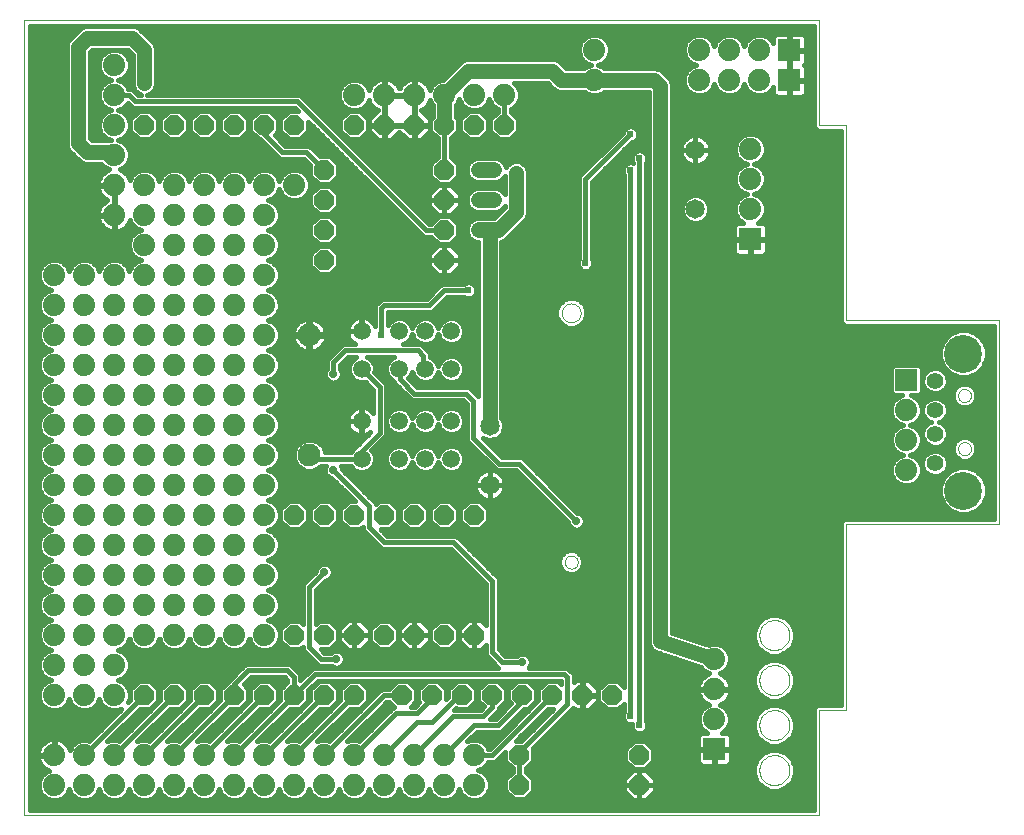
<source format=gbl>
G75*
G70*
%OFA0B0*%
%FSLAX24Y24*%
%IPPOS*%
%LPD*%
%AMOC8*
5,1,8,0,0,1.08239X$1,22.5*
%
%ADD10C,0.0000*%
%ADD11OC8,0.0660*%
%ADD12C,0.0520*%
%ADD13C,0.0650*%
%ADD14C,0.0591*%
%ADD15R,0.0740X0.0740*%
%ADD16C,0.0740*%
%ADD17C,0.0760*%
%ADD18C,0.0560*%
%ADD19C,0.1266*%
%ADD20C,0.0500*%
%ADD21C,0.0160*%
%ADD22C,0.0450*%
%ADD23C,0.0280*%
%ADD24C,0.0240*%
D10*
X002390Y000680D02*
X002390Y027176D01*
X028890Y027180D01*
X028890Y023676D01*
X029790Y023680D01*
X029790Y017180D01*
X034890Y017180D01*
X034890Y010380D01*
X029790Y010380D01*
X029790Y004180D01*
X028890Y004180D01*
X028890Y000680D01*
X002390Y000680D01*
X020400Y009113D02*
X020402Y009142D01*
X020408Y009170D01*
X020417Y009198D01*
X020430Y009224D01*
X020447Y009247D01*
X020466Y009269D01*
X020488Y009288D01*
X020513Y009303D01*
X020539Y009316D01*
X020567Y009324D01*
X020595Y009329D01*
X020624Y009330D01*
X020653Y009327D01*
X020681Y009320D01*
X020708Y009310D01*
X020734Y009296D01*
X020757Y009279D01*
X020778Y009259D01*
X020796Y009236D01*
X020811Y009211D01*
X020822Y009184D01*
X020830Y009156D01*
X020834Y009127D01*
X020834Y009099D01*
X020830Y009070D01*
X020822Y009042D01*
X020811Y009015D01*
X020796Y008990D01*
X020778Y008967D01*
X020757Y008947D01*
X020734Y008930D01*
X020708Y008916D01*
X020681Y008906D01*
X020653Y008899D01*
X020624Y008896D01*
X020595Y008897D01*
X020567Y008902D01*
X020539Y008910D01*
X020513Y008923D01*
X020488Y008938D01*
X020466Y008957D01*
X020447Y008979D01*
X020430Y009002D01*
X020417Y009028D01*
X020408Y009056D01*
X020402Y009084D01*
X020400Y009113D01*
X026890Y006680D02*
X026892Y006724D01*
X026898Y006768D01*
X026908Y006811D01*
X026921Y006853D01*
X026938Y006894D01*
X026959Y006933D01*
X026983Y006970D01*
X027010Y007005D01*
X027040Y007037D01*
X027073Y007067D01*
X027109Y007093D01*
X027146Y007117D01*
X027186Y007136D01*
X027227Y007153D01*
X027270Y007165D01*
X027313Y007174D01*
X027357Y007179D01*
X027401Y007180D01*
X027445Y007177D01*
X027489Y007170D01*
X027532Y007159D01*
X027574Y007145D01*
X027614Y007127D01*
X027653Y007105D01*
X027689Y007081D01*
X027723Y007053D01*
X027755Y007022D01*
X027784Y006988D01*
X027810Y006952D01*
X027832Y006914D01*
X027851Y006874D01*
X027866Y006832D01*
X027878Y006790D01*
X027886Y006746D01*
X027890Y006702D01*
X027890Y006658D01*
X027886Y006614D01*
X027878Y006570D01*
X027866Y006528D01*
X027851Y006486D01*
X027832Y006446D01*
X027810Y006408D01*
X027784Y006372D01*
X027755Y006338D01*
X027723Y006307D01*
X027689Y006279D01*
X027653Y006255D01*
X027614Y006233D01*
X027574Y006215D01*
X027532Y006201D01*
X027489Y006190D01*
X027445Y006183D01*
X027401Y006180D01*
X027357Y006181D01*
X027313Y006186D01*
X027270Y006195D01*
X027227Y006207D01*
X027186Y006224D01*
X027146Y006243D01*
X027109Y006267D01*
X027073Y006293D01*
X027040Y006323D01*
X027010Y006355D01*
X026983Y006390D01*
X026959Y006427D01*
X026938Y006466D01*
X026921Y006507D01*
X026908Y006549D01*
X026898Y006592D01*
X026892Y006636D01*
X026890Y006680D01*
X026890Y005180D02*
X026892Y005224D01*
X026898Y005268D01*
X026908Y005311D01*
X026921Y005353D01*
X026938Y005394D01*
X026959Y005433D01*
X026983Y005470D01*
X027010Y005505D01*
X027040Y005537D01*
X027073Y005567D01*
X027109Y005593D01*
X027146Y005617D01*
X027186Y005636D01*
X027227Y005653D01*
X027270Y005665D01*
X027313Y005674D01*
X027357Y005679D01*
X027401Y005680D01*
X027445Y005677D01*
X027489Y005670D01*
X027532Y005659D01*
X027574Y005645D01*
X027614Y005627D01*
X027653Y005605D01*
X027689Y005581D01*
X027723Y005553D01*
X027755Y005522D01*
X027784Y005488D01*
X027810Y005452D01*
X027832Y005414D01*
X027851Y005374D01*
X027866Y005332D01*
X027878Y005290D01*
X027886Y005246D01*
X027890Y005202D01*
X027890Y005158D01*
X027886Y005114D01*
X027878Y005070D01*
X027866Y005028D01*
X027851Y004986D01*
X027832Y004946D01*
X027810Y004908D01*
X027784Y004872D01*
X027755Y004838D01*
X027723Y004807D01*
X027689Y004779D01*
X027653Y004755D01*
X027614Y004733D01*
X027574Y004715D01*
X027532Y004701D01*
X027489Y004690D01*
X027445Y004683D01*
X027401Y004680D01*
X027357Y004681D01*
X027313Y004686D01*
X027270Y004695D01*
X027227Y004707D01*
X027186Y004724D01*
X027146Y004743D01*
X027109Y004767D01*
X027073Y004793D01*
X027040Y004823D01*
X027010Y004855D01*
X026983Y004890D01*
X026959Y004927D01*
X026938Y004966D01*
X026921Y005007D01*
X026908Y005049D01*
X026898Y005092D01*
X026892Y005136D01*
X026890Y005180D01*
X026890Y003680D02*
X026892Y003724D01*
X026898Y003768D01*
X026908Y003811D01*
X026921Y003853D01*
X026938Y003894D01*
X026959Y003933D01*
X026983Y003970D01*
X027010Y004005D01*
X027040Y004037D01*
X027073Y004067D01*
X027109Y004093D01*
X027146Y004117D01*
X027186Y004136D01*
X027227Y004153D01*
X027270Y004165D01*
X027313Y004174D01*
X027357Y004179D01*
X027401Y004180D01*
X027445Y004177D01*
X027489Y004170D01*
X027532Y004159D01*
X027574Y004145D01*
X027614Y004127D01*
X027653Y004105D01*
X027689Y004081D01*
X027723Y004053D01*
X027755Y004022D01*
X027784Y003988D01*
X027810Y003952D01*
X027832Y003914D01*
X027851Y003874D01*
X027866Y003832D01*
X027878Y003790D01*
X027886Y003746D01*
X027890Y003702D01*
X027890Y003658D01*
X027886Y003614D01*
X027878Y003570D01*
X027866Y003528D01*
X027851Y003486D01*
X027832Y003446D01*
X027810Y003408D01*
X027784Y003372D01*
X027755Y003338D01*
X027723Y003307D01*
X027689Y003279D01*
X027653Y003255D01*
X027614Y003233D01*
X027574Y003215D01*
X027532Y003201D01*
X027489Y003190D01*
X027445Y003183D01*
X027401Y003180D01*
X027357Y003181D01*
X027313Y003186D01*
X027270Y003195D01*
X027227Y003207D01*
X027186Y003224D01*
X027146Y003243D01*
X027109Y003267D01*
X027073Y003293D01*
X027040Y003323D01*
X027010Y003355D01*
X026983Y003390D01*
X026959Y003427D01*
X026938Y003466D01*
X026921Y003507D01*
X026908Y003549D01*
X026898Y003592D01*
X026892Y003636D01*
X026890Y003680D01*
X026890Y002180D02*
X026892Y002224D01*
X026898Y002268D01*
X026908Y002311D01*
X026921Y002353D01*
X026938Y002394D01*
X026959Y002433D01*
X026983Y002470D01*
X027010Y002505D01*
X027040Y002537D01*
X027073Y002567D01*
X027109Y002593D01*
X027146Y002617D01*
X027186Y002636D01*
X027227Y002653D01*
X027270Y002665D01*
X027313Y002674D01*
X027357Y002679D01*
X027401Y002680D01*
X027445Y002677D01*
X027489Y002670D01*
X027532Y002659D01*
X027574Y002645D01*
X027614Y002627D01*
X027653Y002605D01*
X027689Y002581D01*
X027723Y002553D01*
X027755Y002522D01*
X027784Y002488D01*
X027810Y002452D01*
X027832Y002414D01*
X027851Y002374D01*
X027866Y002332D01*
X027878Y002290D01*
X027886Y002246D01*
X027890Y002202D01*
X027890Y002158D01*
X027886Y002114D01*
X027878Y002070D01*
X027866Y002028D01*
X027851Y001986D01*
X027832Y001946D01*
X027810Y001908D01*
X027784Y001872D01*
X027755Y001838D01*
X027723Y001807D01*
X027689Y001779D01*
X027653Y001755D01*
X027614Y001733D01*
X027574Y001715D01*
X027532Y001701D01*
X027489Y001690D01*
X027445Y001683D01*
X027401Y001680D01*
X027357Y001681D01*
X027313Y001686D01*
X027270Y001695D01*
X027227Y001707D01*
X027186Y001724D01*
X027146Y001743D01*
X027109Y001767D01*
X027073Y001793D01*
X027040Y001823D01*
X027010Y001855D01*
X026983Y001890D01*
X026959Y001927D01*
X026938Y001966D01*
X026921Y002007D01*
X026908Y002049D01*
X026898Y002092D01*
X026892Y002136D01*
X026890Y002180D01*
X033512Y012894D02*
X033514Y012923D01*
X033520Y012951D01*
X033529Y012979D01*
X033542Y013005D01*
X033559Y013028D01*
X033578Y013050D01*
X033600Y013069D01*
X033625Y013084D01*
X033651Y013097D01*
X033679Y013105D01*
X033707Y013110D01*
X033736Y013111D01*
X033765Y013108D01*
X033793Y013101D01*
X033820Y013091D01*
X033846Y013077D01*
X033869Y013060D01*
X033890Y013040D01*
X033908Y013017D01*
X033923Y012992D01*
X033934Y012965D01*
X033942Y012937D01*
X033946Y012908D01*
X033946Y012880D01*
X033942Y012851D01*
X033934Y012823D01*
X033923Y012796D01*
X033908Y012771D01*
X033890Y012748D01*
X033869Y012728D01*
X033846Y012711D01*
X033820Y012697D01*
X033793Y012687D01*
X033765Y012680D01*
X033736Y012677D01*
X033707Y012678D01*
X033679Y012683D01*
X033651Y012691D01*
X033625Y012704D01*
X033600Y012719D01*
X033578Y012738D01*
X033559Y012760D01*
X033542Y012783D01*
X033529Y012809D01*
X033520Y012837D01*
X033514Y012865D01*
X033512Y012894D01*
X033512Y014666D02*
X033514Y014695D01*
X033520Y014723D01*
X033529Y014751D01*
X033542Y014777D01*
X033559Y014800D01*
X033578Y014822D01*
X033600Y014841D01*
X033625Y014856D01*
X033651Y014869D01*
X033679Y014877D01*
X033707Y014882D01*
X033736Y014883D01*
X033765Y014880D01*
X033793Y014873D01*
X033820Y014863D01*
X033846Y014849D01*
X033869Y014832D01*
X033890Y014812D01*
X033908Y014789D01*
X033923Y014764D01*
X033934Y014737D01*
X033942Y014709D01*
X033946Y014680D01*
X033946Y014652D01*
X033942Y014623D01*
X033934Y014595D01*
X033923Y014568D01*
X033908Y014543D01*
X033890Y014520D01*
X033869Y014500D01*
X033846Y014483D01*
X033820Y014469D01*
X033793Y014459D01*
X033765Y014452D01*
X033736Y014449D01*
X033707Y014450D01*
X033679Y014455D01*
X033651Y014463D01*
X033625Y014476D01*
X033600Y014491D01*
X033578Y014510D01*
X033559Y014532D01*
X033542Y014555D01*
X033529Y014581D01*
X033520Y014609D01*
X033514Y014637D01*
X033512Y014666D01*
X020302Y017420D02*
X020304Y017455D01*
X020310Y017490D01*
X020320Y017524D01*
X020333Y017557D01*
X020350Y017588D01*
X020371Y017616D01*
X020394Y017643D01*
X020421Y017666D01*
X020449Y017687D01*
X020480Y017704D01*
X020513Y017717D01*
X020547Y017727D01*
X020582Y017733D01*
X020617Y017735D01*
X020652Y017733D01*
X020687Y017727D01*
X020721Y017717D01*
X020754Y017704D01*
X020785Y017687D01*
X020813Y017666D01*
X020840Y017643D01*
X020863Y017616D01*
X020884Y017588D01*
X020901Y017557D01*
X020914Y017524D01*
X020924Y017490D01*
X020930Y017455D01*
X020932Y017420D01*
X020930Y017385D01*
X020924Y017350D01*
X020914Y017316D01*
X020901Y017283D01*
X020884Y017252D01*
X020863Y017224D01*
X020840Y017197D01*
X020813Y017174D01*
X020785Y017153D01*
X020754Y017136D01*
X020721Y017123D01*
X020687Y017113D01*
X020652Y017107D01*
X020617Y017105D01*
X020582Y017107D01*
X020547Y017113D01*
X020513Y017123D01*
X020480Y017136D01*
X020449Y017153D01*
X020421Y017174D01*
X020394Y017197D01*
X020371Y017224D01*
X020350Y017252D01*
X020333Y017283D01*
X020320Y017316D01*
X020310Y017350D01*
X020304Y017385D01*
X020302Y017420D01*
D11*
X016390Y019180D03*
X016390Y020180D03*
X016390Y021180D03*
X016390Y022180D03*
X016390Y023680D03*
X017390Y023680D03*
X018390Y023680D03*
X015390Y023680D03*
X014390Y023680D03*
X013390Y023680D03*
X012390Y022180D03*
X012390Y021180D03*
X012390Y020180D03*
X012390Y019180D03*
X011390Y023680D03*
X010390Y023680D03*
X009390Y023680D03*
X008390Y023680D03*
X007390Y023680D03*
X006390Y023680D03*
X011390Y010680D03*
X012390Y010680D03*
X013390Y010680D03*
X014390Y010680D03*
X015390Y010680D03*
X016390Y010680D03*
X017390Y010680D03*
X017390Y006680D03*
X016390Y006680D03*
X015390Y006680D03*
X014390Y006680D03*
X013390Y006680D03*
X012390Y006680D03*
X011390Y006680D03*
X011390Y004680D03*
X010390Y004680D03*
X009390Y004680D03*
X008390Y004680D03*
X007390Y004680D03*
X006390Y004680D03*
X012390Y004680D03*
X013390Y004680D03*
X014990Y004680D03*
X015990Y004680D03*
X016990Y004680D03*
X017990Y004680D03*
X018990Y004680D03*
X019990Y004680D03*
X020990Y004680D03*
X021990Y004680D03*
X022890Y002680D03*
X022890Y001680D03*
X018890Y001680D03*
X018890Y002680D03*
D12*
X018050Y020180D02*
X017530Y020180D01*
X017530Y021180D02*
X018050Y021180D01*
X018050Y022180D02*
X017530Y022180D01*
D13*
X024760Y022844D03*
X024760Y020876D03*
X017900Y013654D03*
X017900Y011686D03*
D14*
X016622Y012550D03*
X015756Y012550D03*
X014890Y012550D03*
X013630Y012550D03*
X013630Y013810D03*
X014890Y013810D03*
X015756Y013810D03*
X016622Y013810D03*
X016622Y015550D03*
X015756Y015550D03*
X014890Y015550D03*
X013630Y015550D03*
X013630Y016810D03*
X014890Y016810D03*
X015756Y016810D03*
X016622Y016810D03*
D15*
X026590Y019880D03*
X031790Y015180D03*
X027890Y025180D03*
X027890Y026180D03*
X025390Y002880D03*
D16*
X025390Y003880D03*
X025390Y004880D03*
X025390Y005880D03*
X017390Y002680D03*
X016390Y002680D03*
X016390Y001680D03*
X017390Y001680D03*
X015390Y001680D03*
X014390Y001680D03*
X014390Y002680D03*
X015390Y002680D03*
X013390Y002680D03*
X012390Y002680D03*
X012390Y001680D03*
X013390Y001680D03*
X011390Y001680D03*
X010390Y001680D03*
X010390Y002680D03*
X011390Y002680D03*
X009390Y002680D03*
X008390Y002680D03*
X007390Y002680D03*
X007390Y001680D03*
X008390Y001680D03*
X009390Y001680D03*
X006390Y001680D03*
X005390Y001680D03*
X005390Y002680D03*
X006390Y002680D03*
X004390Y002680D03*
X003390Y002680D03*
X003390Y001680D03*
X004390Y001680D03*
X004390Y004680D03*
X003390Y004680D03*
X003390Y005680D03*
X004390Y005680D03*
X004390Y006680D03*
X003390Y006680D03*
X003390Y007680D03*
X004390Y007680D03*
X005390Y007680D03*
X006390Y007680D03*
X007390Y007680D03*
X008390Y007680D03*
X009390Y007680D03*
X010390Y007680D03*
X010390Y006680D03*
X009390Y006680D03*
X008390Y006680D03*
X007390Y006680D03*
X006390Y006680D03*
X005390Y006680D03*
X005390Y005680D03*
X005390Y004680D03*
X005390Y008680D03*
X006390Y008680D03*
X006390Y009680D03*
X005390Y009680D03*
X004390Y009680D03*
X003390Y009680D03*
X003390Y008680D03*
X004390Y008680D03*
X004390Y010680D03*
X003390Y010680D03*
X003390Y011680D03*
X004390Y011680D03*
X005390Y011680D03*
X006390Y011680D03*
X006390Y010680D03*
X005390Y010680D03*
X007390Y010680D03*
X008390Y010680D03*
X009390Y010680D03*
X009390Y011680D03*
X008390Y011680D03*
X007390Y011680D03*
X007390Y012680D03*
X008390Y012680D03*
X009390Y012680D03*
X009390Y013680D03*
X008390Y013680D03*
X007390Y013680D03*
X006390Y013680D03*
X005390Y013680D03*
X005390Y012680D03*
X006390Y012680D03*
X004390Y012680D03*
X003390Y012680D03*
X003390Y013680D03*
X004390Y013680D03*
X004390Y014680D03*
X003390Y014680D03*
X003390Y015680D03*
X004390Y015680D03*
X004390Y016680D03*
X003390Y016680D03*
X003390Y017680D03*
X004390Y017680D03*
X004390Y018680D03*
X003390Y018680D03*
X005390Y018680D03*
X006390Y018680D03*
X006390Y017680D03*
X005390Y017680D03*
X005390Y016680D03*
X006390Y016680D03*
X006390Y015680D03*
X005390Y015680D03*
X005390Y014680D03*
X006390Y014680D03*
X007390Y014680D03*
X008390Y014680D03*
X009390Y014680D03*
X010390Y014680D03*
X010390Y013680D03*
X010390Y012680D03*
X010390Y011680D03*
X010390Y010680D03*
X010390Y009680D03*
X010390Y008680D03*
X009390Y008680D03*
X008390Y008680D03*
X007390Y008680D03*
X007390Y009680D03*
X008390Y009680D03*
X009390Y009680D03*
X009390Y015680D03*
X008390Y015680D03*
X007390Y015680D03*
X007390Y016680D03*
X008390Y016680D03*
X009390Y016680D03*
X010390Y016680D03*
X010390Y015680D03*
X010390Y017680D03*
X010390Y018680D03*
X009390Y018680D03*
X008390Y018680D03*
X007390Y018680D03*
X007390Y017680D03*
X008390Y017680D03*
X009390Y017680D03*
X009390Y019680D03*
X008390Y019680D03*
X007390Y019680D03*
X006390Y019680D03*
X006390Y020680D03*
X005390Y020680D03*
X005390Y021680D03*
X006390Y021680D03*
X007390Y021680D03*
X008390Y021680D03*
X009390Y021680D03*
X009390Y020680D03*
X008390Y020680D03*
X007390Y020680D03*
X005390Y022680D03*
X005390Y023680D03*
X005390Y024680D03*
X005390Y025680D03*
X010390Y021680D03*
X011390Y021680D03*
X010390Y020680D03*
X010390Y019680D03*
X013390Y024680D03*
X014390Y024680D03*
X015390Y024680D03*
X016390Y024680D03*
X017390Y024680D03*
X018390Y024680D03*
X021390Y025180D03*
X021390Y026180D03*
X024890Y026180D03*
X024890Y025180D03*
X025890Y025180D03*
X026890Y025180D03*
X026890Y026180D03*
X025890Y026180D03*
X026590Y022880D03*
X026590Y021880D03*
X026590Y020880D03*
X031790Y014180D03*
X031790Y013180D03*
X031790Y012180D03*
D17*
X011890Y012680D03*
X011890Y016680D03*
D18*
X032745Y015158D03*
X032745Y014174D03*
X032745Y013386D03*
X032745Y012402D03*
D19*
X033690Y011497D03*
X033690Y016063D03*
D20*
X023590Y024980D02*
X023390Y025180D01*
X021390Y025180D01*
X020290Y025180D01*
X019990Y025480D01*
X017190Y025480D01*
X016390Y024680D01*
X016390Y023680D01*
X018790Y022080D02*
X018790Y020780D01*
X018190Y020180D01*
X017790Y020180D01*
X017900Y020070D01*
X017900Y013654D01*
X023590Y006480D02*
X023590Y024980D01*
X006390Y025080D02*
X006390Y026180D01*
X005990Y026580D01*
X004490Y026580D01*
X004190Y026280D01*
X004190Y023080D01*
X004490Y022780D01*
X005290Y022780D01*
X005390Y022680D01*
X023590Y006480D02*
X025390Y005880D01*
D21*
X025864Y006069D02*
X027088Y006069D01*
X027005Y006104D02*
X027255Y006000D01*
X027525Y006000D01*
X027775Y006104D01*
X027966Y006295D01*
X028070Y006545D01*
X028070Y006815D01*
X027966Y007065D01*
X027775Y007256D01*
X027525Y007360D01*
X027255Y007360D01*
X027005Y007256D01*
X026814Y007065D01*
X026710Y006815D01*
X026710Y006545D01*
X026814Y006295D01*
X027005Y006104D01*
X026881Y006228D02*
X025764Y006228D01*
X025822Y006169D02*
X025679Y006312D01*
X025491Y006390D01*
X025289Y006390D01*
X025201Y006354D01*
X023980Y006761D01*
X023980Y025058D01*
X023921Y025201D01*
X023811Y025311D01*
X023611Y025511D01*
X023468Y025570D01*
X021721Y025570D01*
X021679Y025612D01*
X021516Y025680D01*
X021679Y025748D01*
X021822Y025891D01*
X021900Y026079D01*
X021900Y026281D01*
X021822Y026469D01*
X021679Y026612D01*
X021491Y026690D01*
X021289Y026690D01*
X021101Y026612D01*
X020958Y026469D01*
X020880Y026281D01*
X020880Y026079D01*
X020958Y025891D01*
X021101Y025748D01*
X021264Y025680D01*
X021101Y025612D01*
X021059Y025570D01*
X020452Y025570D01*
X020321Y025701D01*
X020211Y025811D01*
X020068Y025870D01*
X017112Y025870D01*
X016969Y025811D01*
X016348Y025190D01*
X016289Y025190D01*
X016101Y025112D01*
X015958Y024969D01*
X015911Y024856D01*
X015900Y024891D01*
X015860Y024968D01*
X015810Y025038D01*
X015748Y025100D01*
X015678Y025150D01*
X015601Y025190D01*
X015519Y025216D01*
X015433Y025230D01*
X015410Y025230D01*
X015410Y024700D01*
X015370Y024700D01*
X015370Y025230D01*
X015347Y025230D01*
X015261Y025216D01*
X015179Y025190D01*
X015102Y025150D01*
X015032Y025100D01*
X014970Y025038D01*
X014920Y024968D01*
X014890Y024910D01*
X014860Y024968D01*
X014810Y025038D01*
X014748Y025100D01*
X014678Y025150D01*
X014601Y025190D01*
X014519Y025216D01*
X014433Y025230D01*
X014410Y025230D01*
X014410Y024700D01*
X014370Y024700D01*
X014370Y025230D01*
X014347Y025230D01*
X014261Y025216D01*
X014179Y025190D01*
X014102Y025150D01*
X014032Y025100D01*
X013970Y025038D01*
X013920Y024968D01*
X013880Y024891D01*
X013869Y024856D01*
X013822Y024969D01*
X013679Y025112D01*
X013491Y025190D01*
X013289Y025190D01*
X013101Y025112D01*
X012958Y024969D01*
X012880Y024781D01*
X012880Y024579D01*
X012958Y024391D01*
X013101Y024248D01*
X013289Y024170D01*
X013491Y024170D01*
X013679Y024248D01*
X013822Y024391D01*
X013869Y024504D01*
X013880Y024469D01*
X013920Y024392D01*
X013970Y024322D01*
X014032Y024260D01*
X014102Y024210D01*
X014166Y024177D01*
X013880Y023891D01*
X013880Y023698D01*
X014372Y023698D01*
X014372Y023662D01*
X014408Y023662D01*
X014408Y023170D01*
X014601Y023170D01*
X014890Y023459D01*
X015179Y023170D01*
X015372Y023170D01*
X015372Y023662D01*
X015408Y023662D01*
X015408Y023698D01*
X015900Y023698D01*
X015900Y023891D01*
X015614Y024177D01*
X015678Y024210D01*
X015748Y024260D01*
X015810Y024322D01*
X015860Y024392D01*
X015900Y024469D01*
X015911Y024504D01*
X015958Y024391D01*
X016000Y024349D01*
X016000Y023955D01*
X015920Y023875D01*
X015920Y023485D01*
X016170Y023235D01*
X016170Y022625D01*
X015920Y022375D01*
X015920Y021985D01*
X016195Y021710D01*
X016585Y021710D01*
X016860Y021985D01*
X016860Y022375D01*
X016610Y022625D01*
X016610Y023235D01*
X016860Y023485D01*
X016860Y023875D01*
X016780Y023955D01*
X016780Y024349D01*
X016822Y024391D01*
X016890Y024554D01*
X016958Y024391D01*
X017101Y024248D01*
X017289Y024170D01*
X017491Y024170D01*
X017679Y024248D01*
X017822Y024391D01*
X017890Y024554D01*
X017958Y024391D01*
X018101Y024248D01*
X018170Y024219D01*
X018170Y024125D01*
X017920Y023875D01*
X017920Y023485D01*
X018195Y023210D01*
X018585Y023210D01*
X018860Y023485D01*
X018860Y023875D01*
X018610Y024125D01*
X018610Y024219D01*
X018679Y024248D01*
X018822Y024391D01*
X018900Y024579D01*
X018900Y024781D01*
X018822Y024969D01*
X018701Y025090D01*
X019828Y025090D01*
X019959Y024959D01*
X020069Y024849D01*
X020212Y024790D01*
X021059Y024790D01*
X021101Y024748D01*
X021289Y024670D01*
X021491Y024670D01*
X021679Y024748D01*
X021721Y024790D01*
X023200Y024790D01*
X023200Y006543D01*
X023195Y006530D01*
X023200Y006466D01*
X023200Y006402D01*
X023205Y006389D01*
X023206Y006375D01*
X023235Y006318D01*
X023259Y006259D01*
X023269Y006249D01*
X023276Y006236D01*
X023324Y006194D01*
X023369Y006149D01*
X023382Y006144D01*
X023393Y006135D01*
X023454Y006114D01*
X023512Y006090D01*
X023527Y006090D01*
X024947Y005617D01*
X024958Y005591D01*
X025101Y005448D01*
X025214Y005401D01*
X025179Y005390D01*
X025102Y005350D01*
X025032Y005300D01*
X024970Y005238D01*
X024920Y005168D01*
X024880Y005091D01*
X024854Y005009D01*
X024840Y004923D01*
X024840Y004900D01*
X025370Y004900D01*
X025370Y004860D01*
X024840Y004860D01*
X024840Y004837D01*
X024854Y004751D01*
X024880Y004669D01*
X024920Y004592D01*
X024970Y004522D01*
X025032Y004460D01*
X025102Y004410D01*
X025179Y004370D01*
X025214Y004359D01*
X025101Y004312D01*
X024958Y004169D01*
X024880Y003981D01*
X024880Y003779D01*
X024958Y003591D01*
X025101Y003448D01*
X025144Y003430D01*
X024996Y003430D01*
X024951Y003418D01*
X024909Y003394D01*
X024876Y003361D01*
X024852Y003319D01*
X024840Y003274D01*
X024840Y002900D01*
X025370Y002900D01*
X025370Y002860D01*
X025410Y002860D01*
X025410Y002900D01*
X025940Y002900D01*
X025940Y003274D01*
X025928Y003319D01*
X025904Y003361D01*
X025871Y003394D01*
X025829Y003418D01*
X025784Y003430D01*
X025636Y003430D01*
X025679Y003448D01*
X025822Y003591D01*
X025900Y003779D01*
X025900Y003981D01*
X025822Y004169D01*
X025679Y004312D01*
X025566Y004359D01*
X025601Y004370D01*
X025678Y004410D01*
X025748Y004460D01*
X025810Y004522D01*
X025860Y004592D01*
X025900Y004669D01*
X025926Y004751D01*
X025940Y004837D01*
X025940Y004860D01*
X025410Y004860D01*
X025410Y004900D01*
X025940Y004900D01*
X025940Y004923D01*
X025926Y005009D01*
X025900Y005091D01*
X025860Y005168D01*
X025810Y005238D01*
X025748Y005300D01*
X025678Y005350D01*
X025601Y005390D01*
X025566Y005401D01*
X025679Y005448D01*
X025822Y005591D01*
X025900Y005779D01*
X025900Y005981D01*
X025822Y006169D01*
X025900Y005911D02*
X029610Y005911D01*
X029610Y006069D02*
X027692Y006069D01*
X027899Y006228D02*
X029610Y006228D01*
X029610Y006386D02*
X028004Y006386D01*
X028070Y006545D02*
X029610Y006545D01*
X029610Y006703D02*
X028070Y006703D01*
X028051Y006862D02*
X029610Y006862D01*
X029610Y007020D02*
X027985Y007020D01*
X027853Y007179D02*
X029610Y007179D01*
X029610Y007337D02*
X027581Y007337D01*
X027199Y007337D02*
X023980Y007337D01*
X023980Y007179D02*
X026927Y007179D01*
X026795Y007020D02*
X023980Y007020D01*
X023980Y006862D02*
X026729Y006862D01*
X026710Y006703D02*
X024154Y006703D01*
X024630Y006545D02*
X026710Y006545D01*
X026776Y006386D02*
X025501Y006386D01*
X025279Y006386D02*
X025105Y006386D01*
X024957Y005594D02*
X023110Y005594D01*
X023110Y005752D02*
X024541Y005752D01*
X025132Y005435D02*
X023110Y005435D01*
X023110Y005277D02*
X025009Y005277D01*
X024894Y005118D02*
X023110Y005118D01*
X023110Y004960D02*
X024846Y004960D01*
X024846Y004801D02*
X023110Y004801D01*
X023110Y004643D02*
X024894Y004643D01*
X025008Y004484D02*
X023110Y004484D01*
X023110Y004326D02*
X025133Y004326D01*
X024957Y004167D02*
X023110Y004167D01*
X023110Y004009D02*
X024891Y004009D01*
X024880Y003850D02*
X023110Y003850D01*
X023110Y003828D02*
X023110Y022432D01*
X023110Y022433D01*
X023150Y022528D01*
X023150Y022632D01*
X023110Y022727D01*
X023037Y022800D01*
X022942Y022840D01*
X022838Y022840D01*
X022743Y022800D01*
X022670Y022727D01*
X022630Y022632D01*
X022630Y022528D01*
X022670Y022433D01*
X022670Y022432D01*
X022670Y022428D01*
X022642Y022440D01*
X022538Y022440D01*
X022443Y022400D01*
X022370Y022327D01*
X022330Y022232D01*
X022330Y022128D01*
X022370Y022033D01*
X022370Y022032D01*
X022370Y004965D01*
X022185Y005150D01*
X021795Y005150D01*
X021520Y004875D01*
X021520Y004485D01*
X021795Y004210D01*
X022185Y004210D01*
X022370Y004395D01*
X022370Y004128D01*
X022370Y004127D01*
X022330Y004032D01*
X022330Y003928D01*
X022370Y003833D01*
X022443Y003760D01*
X022538Y003720D01*
X022630Y003720D01*
X022630Y003628D01*
X022670Y003533D01*
X022743Y003460D01*
X022838Y003420D01*
X022942Y003420D01*
X023037Y003460D01*
X023110Y003533D01*
X023150Y003628D01*
X023150Y003732D01*
X023110Y003827D01*
X023110Y003828D01*
X023150Y003692D02*
X024916Y003692D01*
X025016Y003533D02*
X023111Y003533D01*
X022890Y003680D02*
X022890Y022580D01*
X023150Y022553D02*
X023200Y022553D01*
X023200Y022395D02*
X023110Y022395D01*
X023110Y022236D02*
X023200Y022236D01*
X023200Y022078D02*
X023110Y022078D01*
X023110Y021919D02*
X023200Y021919D01*
X023200Y021761D02*
X023110Y021761D01*
X023110Y021602D02*
X023200Y021602D01*
X023200Y021444D02*
X023110Y021444D01*
X023110Y021285D02*
X023200Y021285D01*
X023200Y021127D02*
X023110Y021127D01*
X023110Y020968D02*
X023200Y020968D01*
X023200Y020810D02*
X023110Y020810D01*
X023110Y020651D02*
X023200Y020651D01*
X023200Y020493D02*
X023110Y020493D01*
X023110Y020334D02*
X023200Y020334D01*
X023200Y020176D02*
X023110Y020176D01*
X023110Y020017D02*
X023200Y020017D01*
X023200Y019859D02*
X023110Y019859D01*
X023110Y019700D02*
X023200Y019700D01*
X023200Y019542D02*
X023110Y019542D01*
X023110Y019383D02*
X023200Y019383D01*
X023200Y019225D02*
X023110Y019225D01*
X023110Y019066D02*
X023200Y019066D01*
X023200Y018908D02*
X023110Y018908D01*
X023110Y018749D02*
X023200Y018749D01*
X023200Y018591D02*
X023110Y018591D01*
X023110Y018432D02*
X023200Y018432D01*
X023200Y018274D02*
X023110Y018274D01*
X023110Y018115D02*
X023200Y018115D01*
X023200Y017957D02*
X023110Y017957D01*
X023110Y017798D02*
X023200Y017798D01*
X023200Y017640D02*
X023110Y017640D01*
X023110Y017481D02*
X023200Y017481D01*
X023200Y017323D02*
X023110Y017323D01*
X023110Y017164D02*
X023200Y017164D01*
X023200Y017006D02*
X023110Y017006D01*
X023110Y016847D02*
X023200Y016847D01*
X023200Y016689D02*
X023110Y016689D01*
X023110Y016530D02*
X023200Y016530D01*
X023200Y016372D02*
X023110Y016372D01*
X023110Y016213D02*
X023200Y016213D01*
X023200Y016055D02*
X023110Y016055D01*
X023110Y015896D02*
X023200Y015896D01*
X023200Y015738D02*
X023110Y015738D01*
X023110Y015579D02*
X023200Y015579D01*
X023200Y015421D02*
X023110Y015421D01*
X023110Y015262D02*
X023200Y015262D01*
X023200Y015104D02*
X023110Y015104D01*
X023110Y014945D02*
X023200Y014945D01*
X023200Y014787D02*
X023110Y014787D01*
X023110Y014628D02*
X023200Y014628D01*
X023200Y014470D02*
X023110Y014470D01*
X023110Y014311D02*
X023200Y014311D01*
X023200Y014153D02*
X023110Y014153D01*
X023110Y013994D02*
X023200Y013994D01*
X023200Y013836D02*
X023110Y013836D01*
X023110Y013677D02*
X023200Y013677D01*
X023200Y013519D02*
X023110Y013519D01*
X023110Y013360D02*
X023200Y013360D01*
X023200Y013202D02*
X023110Y013202D01*
X023110Y013043D02*
X023200Y013043D01*
X023200Y012885D02*
X023110Y012885D01*
X023110Y012726D02*
X023200Y012726D01*
X023200Y012568D02*
X023110Y012568D01*
X023110Y012409D02*
X023200Y012409D01*
X023200Y012251D02*
X023110Y012251D01*
X023110Y012092D02*
X023200Y012092D01*
X023200Y011934D02*
X023110Y011934D01*
X023110Y011775D02*
X023200Y011775D01*
X023200Y011617D02*
X023110Y011617D01*
X023110Y011458D02*
X023200Y011458D01*
X023200Y011300D02*
X023110Y011300D01*
X023110Y011141D02*
X023200Y011141D01*
X023200Y010983D02*
X023110Y010983D01*
X023110Y010824D02*
X023200Y010824D01*
X023200Y010666D02*
X023110Y010666D01*
X023110Y010507D02*
X023200Y010507D01*
X023200Y010349D02*
X023110Y010349D01*
X023110Y010190D02*
X023200Y010190D01*
X023200Y010032D02*
X023110Y010032D01*
X023110Y009873D02*
X023200Y009873D01*
X023200Y009715D02*
X023110Y009715D01*
X023110Y009556D02*
X023200Y009556D01*
X023200Y009398D02*
X023110Y009398D01*
X023110Y009239D02*
X023200Y009239D01*
X023200Y009081D02*
X023110Y009081D01*
X023110Y008922D02*
X023200Y008922D01*
X023200Y008764D02*
X023110Y008764D01*
X023110Y008605D02*
X023200Y008605D01*
X023200Y008447D02*
X023110Y008447D01*
X023110Y008288D02*
X023200Y008288D01*
X023200Y008130D02*
X023110Y008130D01*
X023110Y007971D02*
X023200Y007971D01*
X023200Y007813D02*
X023110Y007813D01*
X023110Y007654D02*
X023200Y007654D01*
X023200Y007496D02*
X023110Y007496D01*
X023110Y007337D02*
X023200Y007337D01*
X023200Y007179D02*
X023110Y007179D01*
X023110Y007020D02*
X023200Y007020D01*
X023200Y006862D02*
X023110Y006862D01*
X023110Y006703D02*
X023200Y006703D01*
X023200Y006545D02*
X023110Y006545D01*
X023110Y006386D02*
X023206Y006386D01*
X023286Y006228D02*
X023110Y006228D01*
X023110Y006069D02*
X023590Y006069D01*
X024065Y005911D02*
X023110Y005911D01*
X022370Y005911D02*
X019239Y005911D01*
X019227Y005939D02*
X019149Y006017D01*
X019046Y006060D01*
X018934Y006060D01*
X018831Y006017D01*
X018814Y006000D01*
X018411Y006000D01*
X018210Y006201D01*
X018210Y008571D01*
X016910Y009871D01*
X016781Y010000D01*
X014481Y010000D01*
X014271Y010210D01*
X014585Y010210D01*
X014860Y010485D01*
X014860Y010875D01*
X014585Y011150D01*
X014195Y011150D01*
X014110Y011065D01*
X014110Y011071D01*
X012970Y012211D01*
X012970Y012236D01*
X012931Y012330D01*
X013250Y012330D01*
X013261Y012304D01*
X013384Y012181D01*
X013544Y012115D01*
X013717Y012115D01*
X013877Y012181D01*
X013999Y012304D01*
X014065Y012463D01*
X014065Y012637D01*
X013999Y012797D01*
X013953Y012842D01*
X014321Y013210D01*
X014450Y013339D01*
X014450Y015041D01*
X014321Y015170D01*
X014054Y015437D01*
X014065Y015463D01*
X014065Y015637D01*
X013999Y015797D01*
X013877Y015919D01*
X013802Y015950D01*
X014718Y015950D01*
X014643Y015919D01*
X014521Y015797D01*
X014455Y015637D01*
X014455Y015463D01*
X014521Y015304D01*
X014643Y015181D01*
X014680Y015166D01*
X014680Y015129D01*
X014809Y015000D01*
X015299Y014510D01*
X017019Y014510D01*
X017140Y014389D01*
X017140Y013159D01*
X017269Y013030D01*
X018129Y012170D01*
X018789Y012170D01*
X020510Y010449D01*
X020510Y010424D01*
X020553Y010321D01*
X020631Y010243D01*
X020734Y010200D01*
X020846Y010200D01*
X020949Y010243D01*
X021027Y010321D01*
X021070Y010424D01*
X021070Y010536D01*
X021027Y010639D01*
X020949Y010717D01*
X020846Y010760D01*
X020821Y010760D01*
X019100Y012481D01*
X018971Y012610D01*
X018311Y012610D01*
X017678Y013243D01*
X017808Y013189D01*
X017992Y013189D01*
X018163Y013260D01*
X018294Y013391D01*
X018365Y013562D01*
X018365Y013747D01*
X018294Y013918D01*
X018290Y013922D01*
X018290Y019799D01*
X018411Y019849D01*
X019011Y020449D01*
X019121Y020559D01*
X019180Y020702D01*
X019180Y022158D01*
X019121Y022301D01*
X019011Y022411D01*
X018868Y022470D01*
X018712Y022470D01*
X018569Y022411D01*
X018459Y022301D01*
X018446Y022269D01*
X018389Y022407D01*
X018277Y022519D01*
X018130Y022580D01*
X017450Y022580D01*
X017303Y022519D01*
X017191Y022407D01*
X017130Y022260D01*
X017130Y022100D01*
X017191Y021953D01*
X017303Y021841D01*
X017450Y021780D01*
X018130Y021780D01*
X018277Y021841D01*
X018389Y021953D01*
X018400Y021980D01*
X018400Y021380D01*
X018389Y021407D01*
X018277Y021519D01*
X018130Y021580D01*
X017450Y021580D01*
X017303Y021519D01*
X017191Y021407D01*
X017130Y021260D01*
X017130Y021100D01*
X017191Y020953D01*
X017303Y020841D01*
X017450Y020780D01*
X018130Y020780D01*
X018277Y020841D01*
X018389Y020953D01*
X018400Y020980D01*
X018400Y020942D01*
X018038Y020580D01*
X017450Y020580D01*
X017303Y020519D01*
X017191Y020407D01*
X017130Y020260D01*
X017130Y020100D01*
X017191Y019953D01*
X017303Y019841D01*
X017450Y019780D01*
X017510Y019780D01*
X017510Y014641D01*
X017330Y014821D01*
X017201Y014950D01*
X015481Y014950D01*
X015193Y015238D01*
X015259Y015304D01*
X015323Y015458D01*
X015387Y015304D01*
X015510Y015181D01*
X015670Y015115D01*
X015843Y015115D01*
X016003Y015181D01*
X016125Y015304D01*
X016189Y015458D01*
X016253Y015304D01*
X016376Y015181D01*
X016536Y015115D01*
X016709Y015115D01*
X016869Y015181D01*
X016991Y015304D01*
X017058Y015463D01*
X017058Y015637D01*
X016991Y015797D01*
X016869Y015919D01*
X016709Y015985D01*
X016536Y015985D01*
X016376Y015919D01*
X016253Y015797D01*
X016189Y015642D01*
X016125Y015797D01*
X016003Y015919D01*
X015910Y015957D01*
X015910Y016081D01*
X015781Y016210D01*
X015601Y016390D01*
X015014Y016390D01*
X015137Y016441D01*
X015259Y016563D01*
X015323Y016718D01*
X015387Y016563D01*
X015510Y016441D01*
X015670Y016375D01*
X015843Y016375D01*
X016003Y016441D01*
X016125Y016563D01*
X016189Y016718D01*
X016253Y016563D01*
X016376Y016441D01*
X016536Y016375D01*
X016709Y016375D01*
X016869Y016441D01*
X016991Y016563D01*
X017058Y016723D01*
X017058Y016897D01*
X016991Y017056D01*
X016869Y017179D01*
X016709Y017245D01*
X016536Y017245D01*
X016376Y017179D01*
X016253Y017056D01*
X016189Y016902D01*
X016125Y017056D01*
X016003Y017179D01*
X015843Y017245D01*
X015670Y017245D01*
X015510Y017179D01*
X015387Y017056D01*
X015323Y016902D01*
X015259Y017056D01*
X015137Y017179D01*
X014977Y017245D01*
X014803Y017245D01*
X014643Y017179D01*
X014521Y017056D01*
X014510Y017030D01*
X014510Y017460D01*
X015981Y017460D01*
X016481Y017960D01*
X017042Y017960D01*
X017043Y017960D01*
X017138Y017920D01*
X017242Y017920D01*
X017337Y017960D01*
X017410Y018033D01*
X017450Y018128D01*
X017450Y018232D01*
X017410Y018327D01*
X017337Y018400D01*
X017242Y018440D01*
X017138Y018440D01*
X017043Y018400D01*
X017042Y018400D01*
X016299Y018400D01*
X016170Y018271D01*
X015799Y017900D01*
X014299Y017900D01*
X014199Y017800D01*
X014070Y017671D01*
X014070Y016994D01*
X014037Y017059D01*
X013993Y017120D01*
X013940Y017172D01*
X013879Y017216D01*
X013813Y017250D01*
X013741Y017273D01*
X013668Y017285D01*
X013639Y017285D01*
X013639Y016819D01*
X013622Y016819D01*
X013622Y017285D01*
X013593Y017285D01*
X013519Y017273D01*
X013448Y017250D01*
X013381Y017216D01*
X013321Y017172D01*
X013268Y017120D01*
X013224Y017059D01*
X013190Y016992D01*
X013167Y016921D01*
X013155Y016847D01*
X012425Y016847D01*
X012436Y016811D02*
X012409Y016895D01*
X012369Y016974D01*
X012317Y017045D01*
X012255Y017107D01*
X012184Y017159D01*
X012105Y017199D01*
X012021Y017226D01*
X011934Y017240D01*
X011920Y017240D01*
X011920Y016710D01*
X011860Y016710D01*
X011860Y017240D01*
X011846Y017240D01*
X011759Y017226D01*
X011675Y017199D01*
X011596Y017159D01*
X011525Y017107D01*
X011463Y017045D01*
X011411Y016974D01*
X011371Y016895D01*
X011344Y016811D01*
X011330Y016724D01*
X011330Y016710D01*
X011860Y016710D01*
X011860Y016650D01*
X011330Y016650D01*
X011330Y016636D01*
X011344Y016549D01*
X011371Y016465D01*
X011411Y016386D01*
X011463Y016315D01*
X011525Y016253D01*
X011596Y016201D01*
X011675Y016161D01*
X011759Y016134D01*
X011846Y016120D01*
X011860Y016120D01*
X011860Y016650D01*
X011920Y016650D01*
X011920Y016710D01*
X012450Y016710D01*
X012450Y016724D01*
X012436Y016811D01*
X012450Y016650D02*
X011920Y016650D01*
X011920Y016120D01*
X011934Y016120D01*
X012021Y016134D01*
X012105Y016161D01*
X012184Y016201D01*
X012255Y016253D01*
X012317Y016315D01*
X012369Y016386D01*
X012409Y016465D01*
X012436Y016549D01*
X012450Y016636D01*
X012450Y016650D01*
X012430Y016530D02*
X013246Y016530D01*
X013268Y016500D02*
X013321Y016447D01*
X013381Y016403D01*
X013407Y016390D01*
X012999Y016390D01*
X012470Y015861D01*
X012470Y015556D01*
X012453Y015539D01*
X012410Y015436D01*
X012410Y015324D01*
X012453Y015221D01*
X012531Y015143D01*
X012634Y015100D01*
X012746Y015100D01*
X012849Y015143D01*
X012927Y015221D01*
X012970Y015324D01*
X012970Y015436D01*
X012927Y015539D01*
X012910Y015556D01*
X012910Y015679D01*
X013181Y015950D01*
X013458Y015950D01*
X013384Y015919D01*
X013261Y015797D01*
X013195Y015637D01*
X013195Y015463D01*
X013261Y015304D01*
X013384Y015181D01*
X013544Y015115D01*
X013717Y015115D01*
X013743Y015126D01*
X014010Y014859D01*
X014010Y014096D01*
X013993Y014120D01*
X013940Y014172D01*
X013879Y014216D01*
X013813Y014250D01*
X013741Y014273D01*
X013668Y014285D01*
X013639Y014285D01*
X013639Y013819D01*
X013622Y013819D01*
X013622Y014285D01*
X013593Y014285D01*
X013519Y014273D01*
X013448Y014250D01*
X013381Y014216D01*
X013321Y014172D01*
X013268Y014120D01*
X013224Y014059D01*
X013190Y013992D01*
X013167Y013921D01*
X013155Y013847D01*
X013155Y013819D01*
X013622Y013819D01*
X013622Y013801D01*
X013639Y013801D01*
X013639Y013335D01*
X013668Y013335D01*
X013741Y013346D01*
X013813Y013369D01*
X013879Y013403D01*
X013927Y013438D01*
X013425Y012936D01*
X013384Y012919D01*
X013261Y012797D01*
X013250Y012770D01*
X012410Y012770D01*
X012410Y012783D01*
X012331Y012975D01*
X012185Y013121D01*
X011993Y013200D01*
X011787Y013200D01*
X011595Y013121D01*
X011449Y012975D01*
X011370Y012783D01*
X011370Y012577D01*
X011449Y012385D01*
X011595Y012239D01*
X011787Y012160D01*
X011993Y012160D01*
X012185Y012239D01*
X012275Y012330D01*
X012449Y012330D01*
X012410Y012236D01*
X012410Y012124D01*
X012453Y012021D01*
X012531Y011943D01*
X012634Y011900D01*
X012659Y011900D01*
X013409Y011150D01*
X013195Y011150D01*
X012920Y010875D01*
X012920Y010485D01*
X013195Y010210D01*
X013585Y010210D01*
X013670Y010295D01*
X013670Y010189D01*
X013799Y010060D01*
X014299Y009560D01*
X016599Y009560D01*
X017770Y008389D01*
X017770Y007021D01*
X017601Y007190D01*
X017390Y007190D01*
X017390Y006680D01*
X017390Y006680D01*
X017390Y006170D01*
X017601Y006170D01*
X017770Y006339D01*
X017770Y006019D01*
X017899Y005890D01*
X018189Y005600D01*
X011999Y005600D01*
X011590Y005191D01*
X011590Y005371D01*
X011461Y005500D01*
X011231Y005730D01*
X009769Y005730D01*
X009640Y005601D01*
X009170Y005131D01*
X009170Y005125D01*
X008920Y004875D01*
X008920Y004521D01*
X007560Y003161D01*
X007491Y003190D01*
X007289Y003190D01*
X007156Y003135D01*
X008231Y004210D01*
X008585Y004210D01*
X008860Y004485D01*
X008860Y004875D01*
X008585Y005150D01*
X008195Y005150D01*
X007920Y004875D01*
X007920Y004521D01*
X006560Y003161D01*
X006491Y003190D01*
X006289Y003190D01*
X006156Y003135D01*
X007231Y004210D01*
X007585Y004210D01*
X007860Y004485D01*
X007860Y004875D01*
X007585Y005150D01*
X007195Y005150D01*
X006920Y004875D01*
X006920Y004521D01*
X005560Y003161D01*
X005491Y003190D01*
X005289Y003190D01*
X005156Y003135D01*
X006231Y004210D01*
X006585Y004210D01*
X006860Y004485D01*
X006860Y004875D01*
X006585Y005150D01*
X006195Y005150D01*
X005920Y004875D01*
X005920Y004521D01*
X005845Y004446D01*
X005900Y004579D01*
X005900Y004781D01*
X005822Y004969D01*
X005679Y005112D01*
X005516Y005180D01*
X005679Y005248D01*
X005822Y005391D01*
X005900Y005579D01*
X005900Y005781D01*
X005822Y005969D01*
X005679Y006112D01*
X005516Y006180D01*
X005679Y006248D01*
X005822Y006391D01*
X005890Y006554D01*
X005958Y006391D01*
X006101Y006248D01*
X006289Y006170D01*
X006491Y006170D01*
X006679Y006248D01*
X006822Y006391D01*
X006890Y006554D01*
X006958Y006391D01*
X007101Y006248D01*
X007289Y006170D01*
X007491Y006170D01*
X007679Y006248D01*
X007822Y006391D01*
X007890Y006554D01*
X007958Y006391D01*
X008101Y006248D01*
X008289Y006170D01*
X008491Y006170D01*
X008679Y006248D01*
X008822Y006391D01*
X008890Y006554D01*
X008958Y006391D01*
X009101Y006248D01*
X009289Y006170D01*
X009491Y006170D01*
X009679Y006248D01*
X009822Y006391D01*
X009890Y006554D01*
X009958Y006391D01*
X010101Y006248D01*
X010289Y006170D01*
X010491Y006170D01*
X010679Y006248D01*
X010822Y006391D01*
X010900Y006579D01*
X010900Y006781D01*
X010822Y006969D01*
X010679Y007112D01*
X010516Y007180D01*
X010679Y007248D01*
X010822Y007391D01*
X010900Y007579D01*
X010900Y007781D01*
X010822Y007969D01*
X010679Y008112D01*
X010516Y008180D01*
X010679Y008248D01*
X010822Y008391D01*
X010900Y008579D01*
X010900Y008781D01*
X010822Y008969D01*
X010679Y009112D01*
X010516Y009180D01*
X010679Y009248D01*
X010822Y009391D01*
X010900Y009579D01*
X010900Y009781D01*
X010822Y009969D01*
X010679Y010112D01*
X010516Y010180D01*
X010679Y010248D01*
X010822Y010391D01*
X010900Y010579D01*
X010900Y010781D01*
X010822Y010969D01*
X010679Y011112D01*
X010516Y011180D01*
X010679Y011248D01*
X010822Y011391D01*
X010900Y011579D01*
X010900Y011781D01*
X010822Y011969D01*
X010679Y012112D01*
X010516Y012180D01*
X010679Y012248D01*
X010822Y012391D01*
X010900Y012579D01*
X010900Y012781D01*
X010822Y012969D01*
X010679Y013112D01*
X010516Y013180D01*
X010679Y013248D01*
X010822Y013391D01*
X010900Y013579D01*
X010900Y013781D01*
X010822Y013969D01*
X010679Y014112D01*
X010516Y014180D01*
X010679Y014248D01*
X010822Y014391D01*
X010900Y014579D01*
X010900Y014781D01*
X010822Y014969D01*
X010679Y015112D01*
X010516Y015180D01*
X010679Y015248D01*
X010822Y015391D01*
X010900Y015579D01*
X012470Y015579D01*
X012470Y015738D02*
X010900Y015738D01*
X010900Y015781D02*
X010822Y015969D01*
X010679Y016112D01*
X010516Y016180D01*
X010679Y016248D01*
X010822Y016391D01*
X010900Y016579D01*
X010900Y016781D01*
X010822Y016969D01*
X010679Y017112D01*
X010516Y017180D01*
X010679Y017248D01*
X010822Y017391D01*
X010900Y017579D01*
X010900Y017781D01*
X010822Y017969D01*
X010679Y018112D01*
X010516Y018180D01*
X010679Y018248D01*
X010822Y018391D01*
X010900Y018579D01*
X010900Y018781D01*
X010822Y018969D01*
X010679Y019112D01*
X010516Y019180D01*
X010679Y019248D01*
X010822Y019391D01*
X010900Y019579D01*
X010900Y019781D01*
X010822Y019969D01*
X010679Y020112D01*
X010516Y020180D01*
X010679Y020248D01*
X010822Y020391D01*
X010900Y020579D01*
X010900Y020781D01*
X010822Y020969D01*
X010679Y021112D01*
X010516Y021180D01*
X010679Y021248D01*
X010822Y021391D01*
X010890Y021554D01*
X010958Y021391D01*
X011101Y021248D01*
X011289Y021170D01*
X011491Y021170D01*
X011679Y021248D01*
X011822Y021391D01*
X011900Y021579D01*
X011900Y021781D01*
X011822Y021969D01*
X011679Y022112D01*
X011491Y022190D01*
X011289Y022190D01*
X011101Y022112D01*
X010958Y021969D01*
X010890Y021806D01*
X010822Y021969D01*
X010679Y022112D01*
X010491Y022190D01*
X010289Y022190D01*
X010101Y022112D01*
X009958Y021969D01*
X009890Y021806D01*
X009822Y021969D01*
X009679Y022112D01*
X009491Y022190D01*
X009289Y022190D01*
X009101Y022112D01*
X008958Y021969D01*
X008890Y021806D01*
X008822Y021969D01*
X008679Y022112D01*
X008491Y022190D01*
X008289Y022190D01*
X008101Y022112D01*
X007958Y021969D01*
X007890Y021806D01*
X007822Y021969D01*
X007679Y022112D01*
X007491Y022190D01*
X007289Y022190D01*
X007101Y022112D01*
X006958Y021969D01*
X006890Y021806D01*
X006822Y021969D01*
X006679Y022112D01*
X006491Y022190D01*
X006289Y022190D01*
X006101Y022112D01*
X005958Y021969D01*
X005911Y021856D01*
X005900Y021891D01*
X005860Y021968D01*
X005810Y022038D01*
X005748Y022100D01*
X005678Y022150D01*
X005601Y022190D01*
X005566Y022201D01*
X005679Y022248D01*
X005822Y022391D01*
X005900Y022579D01*
X005900Y022781D01*
X005822Y022969D01*
X005679Y023112D01*
X005516Y023180D01*
X005679Y023248D01*
X005822Y023391D01*
X005900Y023579D01*
X005900Y023781D01*
X005822Y023969D01*
X005679Y024112D01*
X005516Y024180D01*
X005679Y024248D01*
X005822Y024391D01*
X005836Y024423D01*
X005870Y024389D01*
X005999Y024260D01*
X011399Y024260D01*
X011509Y024150D01*
X011195Y024150D01*
X010920Y023875D01*
X010920Y023485D01*
X011195Y023210D01*
X011585Y023210D01*
X011860Y023485D01*
X011860Y023799D01*
X015699Y019960D01*
X015945Y019960D01*
X016195Y019710D01*
X016585Y019710D01*
X016860Y019985D01*
X016860Y020375D01*
X016585Y020650D01*
X016195Y020650D01*
X015945Y020400D01*
X015881Y020400D01*
X011581Y024700D01*
X006492Y024700D01*
X006611Y024749D01*
X006721Y024859D01*
X006780Y025002D01*
X006780Y026258D01*
X006721Y026401D01*
X006321Y026801D01*
X006211Y026911D01*
X006068Y026970D01*
X004412Y026970D01*
X004269Y026911D01*
X003969Y026611D01*
X003859Y026501D01*
X003800Y026358D01*
X003800Y023002D01*
X003859Y022859D01*
X004159Y022559D01*
X004269Y022449D01*
X004412Y022390D01*
X004959Y022390D01*
X005101Y022248D01*
X005214Y022201D01*
X005179Y022190D01*
X005102Y022150D01*
X005032Y022100D01*
X004970Y022038D01*
X004920Y021968D01*
X004880Y021891D01*
X004854Y021809D01*
X004840Y021723D01*
X004840Y021700D01*
X005370Y021700D01*
X005370Y021660D01*
X004840Y021660D01*
X004840Y021637D01*
X004854Y021551D01*
X004880Y021469D01*
X004920Y021392D01*
X004970Y021322D01*
X005032Y021260D01*
X005102Y021210D01*
X005160Y021180D01*
X005102Y021150D01*
X005032Y021100D01*
X004970Y021038D01*
X004920Y020968D01*
X004880Y020891D01*
X004854Y020809D01*
X004840Y020723D01*
X004840Y020700D01*
X005370Y020700D01*
X005370Y021660D01*
X005410Y021660D01*
X005410Y021130D01*
X005410Y020700D01*
X005370Y020700D01*
X005370Y020660D01*
X005410Y020660D01*
X005410Y020130D01*
X005433Y020130D01*
X005519Y020144D01*
X005601Y020170D01*
X005678Y020210D01*
X005748Y020260D01*
X005810Y020322D01*
X005860Y020392D01*
X005900Y020469D01*
X005911Y020504D01*
X005958Y020391D01*
X006101Y020248D01*
X006264Y020180D01*
X006101Y020112D01*
X005958Y019969D01*
X005880Y019781D01*
X005880Y019579D01*
X005958Y019391D01*
X006101Y019248D01*
X006264Y019180D01*
X006101Y019112D01*
X005958Y018969D01*
X005890Y018806D01*
X005822Y018969D01*
X005679Y019112D01*
X005491Y019190D01*
X005289Y019190D01*
X005101Y019112D01*
X004958Y018969D01*
X004890Y018806D01*
X004822Y018969D01*
X004679Y019112D01*
X004491Y019190D01*
X004289Y019190D01*
X004101Y019112D01*
X003958Y018969D01*
X003890Y018806D01*
X003822Y018969D01*
X003679Y019112D01*
X003491Y019190D01*
X003289Y019190D01*
X003101Y019112D01*
X002958Y018969D01*
X002880Y018781D01*
X002880Y018579D01*
X002958Y018391D01*
X003101Y018248D01*
X003264Y018180D01*
X003101Y018112D01*
X002958Y017969D01*
X002880Y017781D01*
X002880Y017579D01*
X002958Y017391D01*
X003101Y017248D01*
X003264Y017180D01*
X003101Y017112D01*
X002958Y016969D01*
X002880Y016781D01*
X002880Y016579D01*
X002958Y016391D01*
X003101Y016248D01*
X003264Y016180D01*
X003101Y016112D01*
X002958Y015969D01*
X002880Y015781D01*
X002880Y015579D01*
X002570Y015579D01*
X002570Y015421D02*
X002945Y015421D01*
X002958Y015391D02*
X003101Y015248D01*
X003264Y015180D01*
X003101Y015112D01*
X002958Y014969D01*
X002880Y014781D01*
X002880Y014579D01*
X002958Y014391D01*
X003101Y014248D01*
X003264Y014180D01*
X003101Y014112D01*
X002958Y013969D01*
X002880Y013781D01*
X002880Y013579D01*
X002958Y013391D01*
X003101Y013248D01*
X003264Y013180D01*
X003101Y013112D01*
X002958Y012969D01*
X002880Y012781D01*
X002880Y012579D01*
X002958Y012391D01*
X003101Y012248D01*
X003264Y012180D01*
X003101Y012112D01*
X002958Y011969D01*
X002880Y011781D01*
X002880Y011579D01*
X002958Y011391D01*
X003101Y011248D01*
X003264Y011180D01*
X003101Y011112D01*
X002958Y010969D01*
X002880Y010781D01*
X002880Y010579D01*
X002958Y010391D01*
X003101Y010248D01*
X003264Y010180D01*
X003101Y010112D01*
X002958Y009969D01*
X002880Y009781D01*
X002880Y009579D01*
X002958Y009391D01*
X003101Y009248D01*
X003264Y009180D01*
X003101Y009112D01*
X002958Y008969D01*
X002880Y008781D01*
X002880Y008579D01*
X002958Y008391D01*
X003101Y008248D01*
X003264Y008180D01*
X003101Y008112D01*
X002958Y007969D01*
X002880Y007781D01*
X002880Y007579D01*
X002958Y007391D01*
X003101Y007248D01*
X003264Y007180D01*
X003101Y007112D01*
X002958Y006969D01*
X002880Y006781D01*
X002880Y006579D01*
X002958Y006391D01*
X003101Y006248D01*
X003264Y006180D01*
X003101Y006112D01*
X002958Y005969D01*
X002880Y005781D01*
X002880Y005579D01*
X002958Y005391D01*
X003101Y005248D01*
X003264Y005180D01*
X003101Y005112D01*
X002958Y004969D01*
X002880Y004781D01*
X002880Y004579D01*
X002958Y004391D01*
X003101Y004248D01*
X003289Y004170D01*
X003491Y004170D01*
X003679Y004248D01*
X003822Y004391D01*
X003890Y004554D01*
X003958Y004391D01*
X004101Y004248D01*
X004289Y004170D01*
X004491Y004170D01*
X004679Y004248D01*
X004822Y004391D01*
X004890Y004554D01*
X004958Y004391D01*
X005101Y004248D01*
X005289Y004170D01*
X005491Y004170D01*
X005624Y004225D01*
X004560Y003161D01*
X004491Y003190D01*
X004289Y003190D01*
X004101Y003112D01*
X003958Y002969D01*
X003911Y002856D01*
X003900Y002891D01*
X003860Y002968D01*
X003810Y003038D01*
X003748Y003100D01*
X003678Y003150D01*
X003601Y003190D01*
X003519Y003216D01*
X003433Y003230D01*
X003410Y003230D01*
X003410Y002700D01*
X003370Y002700D01*
X003370Y003230D01*
X003347Y003230D01*
X003261Y003216D01*
X003179Y003190D01*
X003102Y003150D01*
X003032Y003100D01*
X002970Y003038D01*
X002920Y002968D01*
X002880Y002891D01*
X002854Y002809D01*
X002840Y002723D01*
X002840Y002700D01*
X003370Y002700D01*
X003370Y002660D01*
X002840Y002660D01*
X002840Y002637D01*
X002854Y002551D01*
X002880Y002469D01*
X002920Y002392D01*
X002970Y002322D01*
X003032Y002260D01*
X003102Y002210D01*
X003179Y002170D01*
X003214Y002159D01*
X003101Y002112D01*
X002958Y001969D01*
X002880Y001781D01*
X002880Y001579D01*
X002958Y001391D01*
X003101Y001248D01*
X003289Y001170D01*
X003491Y001170D01*
X003679Y001248D01*
X003822Y001391D01*
X003890Y001554D01*
X003958Y001391D01*
X004101Y001248D01*
X004289Y001170D01*
X004491Y001170D01*
X004679Y001248D01*
X004822Y001391D01*
X004890Y001554D01*
X004958Y001391D01*
X005101Y001248D01*
X005289Y001170D01*
X005491Y001170D01*
X005679Y001248D01*
X005822Y001391D01*
X005890Y001554D01*
X005958Y001391D01*
X006101Y001248D01*
X006289Y001170D01*
X006491Y001170D01*
X006679Y001248D01*
X006822Y001391D01*
X006890Y001554D01*
X006958Y001391D01*
X007101Y001248D01*
X007289Y001170D01*
X007491Y001170D01*
X007679Y001248D01*
X007822Y001391D01*
X007890Y001554D01*
X007958Y001391D01*
X008101Y001248D01*
X008289Y001170D01*
X008491Y001170D01*
X008679Y001248D01*
X008822Y001391D01*
X008890Y001554D01*
X008958Y001391D01*
X009101Y001248D01*
X009289Y001170D01*
X009491Y001170D01*
X009679Y001248D01*
X009822Y001391D01*
X009890Y001554D01*
X009958Y001391D01*
X010101Y001248D01*
X010289Y001170D01*
X010491Y001170D01*
X010679Y001248D01*
X010822Y001391D01*
X010890Y001554D01*
X010958Y001391D01*
X011101Y001248D01*
X011289Y001170D01*
X011491Y001170D01*
X011679Y001248D01*
X011822Y001391D01*
X011890Y001554D01*
X011958Y001391D01*
X012101Y001248D01*
X012289Y001170D01*
X012491Y001170D01*
X012679Y001248D01*
X012822Y001391D01*
X012890Y001554D01*
X012958Y001391D01*
X013101Y001248D01*
X013289Y001170D01*
X013491Y001170D01*
X013679Y001248D01*
X013822Y001391D01*
X013890Y001554D01*
X013958Y001391D01*
X014101Y001248D01*
X014289Y001170D01*
X014491Y001170D01*
X014679Y001248D01*
X014822Y001391D01*
X014890Y001554D01*
X014958Y001391D01*
X015101Y001248D01*
X015289Y001170D01*
X015491Y001170D01*
X015679Y001248D01*
X015822Y001391D01*
X015890Y001554D01*
X015958Y001391D01*
X016101Y001248D01*
X016289Y001170D01*
X016491Y001170D01*
X016679Y001248D01*
X016822Y001391D01*
X016890Y001554D01*
X016958Y001391D01*
X017101Y001248D01*
X017289Y001170D01*
X017491Y001170D01*
X017679Y001248D01*
X017822Y001391D01*
X017900Y001579D01*
X017900Y001781D01*
X017822Y001969D01*
X017679Y002112D01*
X017516Y002180D01*
X017679Y002248D01*
X017822Y002391D01*
X017851Y002460D01*
X018081Y002460D01*
X018420Y002799D01*
X018420Y002485D01*
X018670Y002235D01*
X018670Y002125D01*
X018420Y001875D01*
X018420Y001485D01*
X018695Y001210D01*
X019085Y001210D01*
X019360Y001485D01*
X019360Y001875D01*
X019110Y002125D01*
X019110Y002235D01*
X019360Y002485D01*
X019360Y002875D01*
X019328Y002907D01*
X020581Y004160D01*
X020685Y004264D01*
X020779Y004170D01*
X020972Y004170D01*
X020972Y004662D01*
X021008Y004662D01*
X021008Y004698D01*
X020972Y004698D01*
X020972Y005190D01*
X020779Y005190D01*
X020710Y005121D01*
X020710Y005371D01*
X020481Y005600D01*
X019206Y005600D01*
X019227Y005621D01*
X019270Y005724D01*
X019270Y005836D01*
X019227Y005939D01*
X019270Y005752D02*
X022370Y005752D01*
X022370Y005594D02*
X020488Y005594D01*
X020646Y005435D02*
X022370Y005435D01*
X022370Y005277D02*
X020710Y005277D01*
X020490Y005280D02*
X020390Y005380D01*
X012090Y005380D01*
X011390Y004680D01*
X009390Y002680D01*
X009560Y003161D02*
X009491Y003190D01*
X009289Y003190D01*
X009156Y003135D01*
X010231Y004210D01*
X010585Y004210D01*
X010860Y004485D01*
X010860Y004875D01*
X010585Y005150D01*
X010195Y005150D01*
X009920Y004875D01*
X009920Y004521D01*
X008560Y003161D01*
X008491Y003190D01*
X008289Y003190D01*
X008156Y003135D01*
X009231Y004210D01*
X009585Y004210D01*
X009860Y004485D01*
X009860Y004875D01*
X009698Y005037D01*
X009951Y005290D01*
X011049Y005290D01*
X011150Y005189D01*
X011150Y005105D01*
X010920Y004875D01*
X010920Y004521D01*
X009560Y003161D01*
X009615Y003216D02*
X009237Y003216D01*
X009396Y003375D02*
X009773Y003375D01*
X009932Y003533D02*
X009554Y003533D01*
X009713Y003692D02*
X010090Y003692D01*
X010249Y003850D02*
X009871Y003850D01*
X010030Y004009D02*
X010407Y004009D01*
X010566Y004167D02*
X010188Y004167D01*
X009724Y004326D02*
X009700Y004326D01*
X009566Y004167D02*
X009188Y004167D01*
X009030Y004009D02*
X009407Y004009D01*
X009249Y003850D02*
X008871Y003850D01*
X008713Y003692D02*
X009090Y003692D01*
X008932Y003533D02*
X008554Y003533D01*
X008396Y003375D02*
X008773Y003375D01*
X008615Y003216D02*
X008237Y003216D01*
X007932Y003533D02*
X007554Y003533D01*
X007396Y003375D02*
X007773Y003375D01*
X007615Y003216D02*
X007237Y003216D01*
X006932Y003533D02*
X006554Y003533D01*
X006396Y003375D02*
X006773Y003375D01*
X006615Y003216D02*
X006237Y003216D01*
X005932Y003533D02*
X005554Y003533D01*
X005396Y003375D02*
X005773Y003375D01*
X005615Y003216D02*
X005237Y003216D01*
X004932Y003533D02*
X002570Y003533D01*
X002570Y003375D02*
X004773Y003375D01*
X004615Y003216D02*
X003520Y003216D01*
X003410Y003216D02*
X003370Y003216D01*
X003260Y003216D02*
X002570Y003216D01*
X002570Y003058D02*
X002990Y003058D01*
X002884Y002899D02*
X002570Y002899D01*
X002570Y002741D02*
X002843Y002741D01*
X002849Y002582D02*
X002570Y002582D01*
X002570Y002424D02*
X002903Y002424D01*
X003027Y002265D02*
X002570Y002265D01*
X002570Y002107D02*
X003095Y002107D01*
X002949Y001948D02*
X002570Y001948D01*
X002570Y001790D02*
X002883Y001790D01*
X002880Y001631D02*
X002570Y001631D01*
X002570Y001473D02*
X002924Y001473D01*
X003035Y001314D02*
X002570Y001314D01*
X002570Y001156D02*
X028710Y001156D01*
X028710Y001314D02*
X023245Y001314D01*
X023101Y001170D02*
X023400Y001469D01*
X023400Y001680D01*
X023400Y001891D01*
X023101Y002190D01*
X022890Y002190D01*
X022890Y001680D01*
X023400Y001680D01*
X022890Y001680D01*
X022890Y001680D01*
X022890Y001680D01*
X022890Y001170D01*
X023101Y001170D01*
X022890Y001170D02*
X022890Y001680D01*
X022890Y001680D01*
X022890Y001680D01*
X022380Y001680D01*
X022380Y001891D01*
X022679Y002190D01*
X022890Y002190D01*
X022890Y001680D01*
X022380Y001680D01*
X022380Y001469D01*
X022679Y001170D01*
X022890Y001170D01*
X022890Y001314D02*
X022890Y001314D01*
X022890Y001473D02*
X022890Y001473D01*
X022890Y001631D02*
X022890Y001631D01*
X022890Y001790D02*
X022890Y001790D01*
X022890Y001948D02*
X022890Y001948D01*
X022890Y002107D02*
X022890Y002107D01*
X023085Y002210D02*
X023360Y002485D01*
X023360Y002875D01*
X023085Y003150D01*
X022695Y003150D01*
X022420Y002875D01*
X022420Y002485D01*
X022695Y002210D01*
X023085Y002210D01*
X023140Y002265D02*
X026710Y002265D01*
X026710Y002315D02*
X026710Y002045D01*
X026814Y001795D01*
X027005Y001604D01*
X027255Y001500D01*
X027525Y001500D01*
X027775Y001604D01*
X027966Y001795D01*
X028070Y002045D01*
X028070Y002315D01*
X027966Y002565D01*
X027775Y002756D01*
X027525Y002860D01*
X027255Y002860D01*
X027005Y002756D01*
X026814Y002565D01*
X026710Y002315D01*
X026755Y002424D02*
X025918Y002424D01*
X025928Y002441D02*
X025940Y002486D01*
X025940Y002860D01*
X025410Y002860D01*
X025410Y002330D01*
X025784Y002330D01*
X025829Y002342D01*
X025871Y002366D01*
X025904Y002399D01*
X025928Y002441D01*
X025940Y002582D02*
X026830Y002582D01*
X026989Y002741D02*
X025940Y002741D01*
X025940Y003058D02*
X027116Y003058D01*
X027005Y003104D02*
X027255Y003000D01*
X027525Y003000D01*
X027775Y003104D01*
X027966Y003295D01*
X028070Y003545D01*
X028070Y003815D01*
X027966Y004065D01*
X027775Y004256D01*
X027525Y004360D01*
X027255Y004360D01*
X027005Y004256D01*
X026814Y004065D01*
X026710Y003815D01*
X026710Y003545D01*
X026814Y003295D01*
X027005Y003104D01*
X026892Y003216D02*
X025940Y003216D01*
X025890Y003375D02*
X026781Y003375D01*
X026715Y003533D02*
X025764Y003533D01*
X025864Y003692D02*
X026710Y003692D01*
X026724Y003850D02*
X025900Y003850D01*
X025889Y004009D02*
X026790Y004009D01*
X026915Y004167D02*
X025823Y004167D01*
X025647Y004326D02*
X027171Y004326D01*
X027255Y004500D02*
X027525Y004500D01*
X027775Y004604D01*
X027966Y004795D01*
X028070Y005045D01*
X028070Y005315D01*
X027966Y005565D01*
X027775Y005756D01*
X027525Y005860D01*
X027255Y005860D01*
X027005Y005756D01*
X026814Y005565D01*
X026710Y005315D01*
X026710Y005045D01*
X026814Y004795D01*
X027005Y004604D01*
X027255Y004500D01*
X026966Y004643D02*
X025886Y004643D01*
X025934Y004801D02*
X026811Y004801D01*
X026745Y004960D02*
X025934Y004960D01*
X025886Y005118D02*
X026710Y005118D01*
X026710Y005277D02*
X025771Y005277D01*
X025648Y005435D02*
X026760Y005435D01*
X026842Y005594D02*
X025823Y005594D01*
X025889Y005752D02*
X027000Y005752D01*
X027780Y005752D02*
X029610Y005752D01*
X029610Y005594D02*
X027938Y005594D01*
X028020Y005435D02*
X029610Y005435D01*
X029610Y005277D02*
X028070Y005277D01*
X028070Y005118D02*
X029610Y005118D01*
X029610Y004960D02*
X028035Y004960D01*
X027969Y004801D02*
X029610Y004801D01*
X029610Y004643D02*
X027814Y004643D01*
X027609Y004326D02*
X028781Y004326D01*
X028815Y004360D02*
X028710Y004255D01*
X028710Y000860D01*
X002570Y000860D01*
X002570Y026996D01*
X028710Y027000D01*
X028710Y023750D01*
X028710Y023750D01*
X028710Y023676D01*
X028710Y023602D01*
X028710Y023601D01*
X028710Y023601D01*
X028763Y023549D01*
X028815Y023496D01*
X028816Y023496D01*
X028816Y023496D01*
X028890Y023496D01*
X028965Y023496D01*
X029610Y023499D01*
X029610Y017105D01*
X029715Y017000D01*
X034710Y017000D01*
X034710Y010560D01*
X029715Y010560D01*
X029610Y010455D01*
X029610Y004360D01*
X028815Y004360D01*
X028710Y004167D02*
X027865Y004167D01*
X027990Y004009D02*
X028710Y004009D01*
X028710Y003850D02*
X028056Y003850D01*
X028070Y003692D02*
X028710Y003692D01*
X028710Y003533D02*
X028065Y003533D01*
X027999Y003375D02*
X028710Y003375D01*
X028710Y003216D02*
X027888Y003216D01*
X027664Y003058D02*
X028710Y003058D01*
X028710Y002899D02*
X025410Y002899D01*
X025370Y002899D02*
X023336Y002899D01*
X023360Y002741D02*
X024840Y002741D01*
X024840Y002860D02*
X024840Y002486D01*
X024852Y002441D01*
X024876Y002399D01*
X024909Y002366D01*
X024951Y002342D01*
X024996Y002330D01*
X025370Y002330D01*
X025370Y002860D01*
X024840Y002860D01*
X024840Y003058D02*
X023177Y003058D01*
X023360Y002582D02*
X024840Y002582D01*
X024862Y002424D02*
X023298Y002424D01*
X023185Y002107D02*
X026710Y002107D01*
X026750Y001948D02*
X023343Y001948D01*
X023400Y001790D02*
X026819Y001790D01*
X026977Y001631D02*
X023400Y001631D01*
X023400Y001473D02*
X028710Y001473D01*
X028710Y001631D02*
X027803Y001631D01*
X027961Y001790D02*
X028710Y001790D01*
X028710Y001948D02*
X028030Y001948D01*
X028070Y002107D02*
X028710Y002107D01*
X028710Y002265D02*
X028070Y002265D01*
X028025Y002424D02*
X028710Y002424D01*
X028710Y002582D02*
X027950Y002582D01*
X027791Y002741D02*
X028710Y002741D01*
X028710Y000997D02*
X002570Y000997D01*
X003745Y001314D02*
X004035Y001314D01*
X003924Y001473D02*
X003856Y001473D01*
X004745Y001314D02*
X005035Y001314D01*
X004924Y001473D02*
X004856Y001473D01*
X005745Y001314D02*
X006035Y001314D01*
X005924Y001473D02*
X005856Y001473D01*
X006745Y001314D02*
X007035Y001314D01*
X006924Y001473D02*
X006856Y001473D01*
X007745Y001314D02*
X008035Y001314D01*
X007924Y001473D02*
X007856Y001473D01*
X008745Y001314D02*
X009035Y001314D01*
X008924Y001473D02*
X008856Y001473D01*
X009745Y001314D02*
X010035Y001314D01*
X009924Y001473D02*
X009856Y001473D01*
X010745Y001314D02*
X011035Y001314D01*
X010924Y001473D02*
X010856Y001473D01*
X011745Y001314D02*
X012035Y001314D01*
X011924Y001473D02*
X011856Y001473D01*
X012745Y001314D02*
X013035Y001314D01*
X012924Y001473D02*
X012856Y001473D01*
X013745Y001314D02*
X014035Y001314D01*
X013924Y001473D02*
X013856Y001473D01*
X014745Y001314D02*
X015035Y001314D01*
X014924Y001473D02*
X014856Y001473D01*
X015745Y001314D02*
X016035Y001314D01*
X015924Y001473D02*
X015856Y001473D01*
X016745Y001314D02*
X017035Y001314D01*
X016924Y001473D02*
X016856Y001473D01*
X017745Y001314D02*
X018591Y001314D01*
X018433Y001473D02*
X017856Y001473D01*
X017900Y001631D02*
X018420Y001631D01*
X018420Y001790D02*
X017897Y001790D01*
X017831Y001948D02*
X018493Y001948D01*
X018652Y002107D02*
X017685Y002107D01*
X017696Y002265D02*
X018640Y002265D01*
X018482Y002424D02*
X017836Y002424D01*
X017990Y002680D02*
X017390Y002680D01*
X017734Y003058D02*
X018056Y003058D01*
X017899Y002900D02*
X017851Y002900D01*
X017822Y002969D01*
X017679Y003112D01*
X017491Y003190D01*
X017289Y003190D01*
X017156Y003135D01*
X017481Y003460D01*
X018281Y003460D01*
X019031Y004210D01*
X019185Y004210D01*
X019460Y004485D01*
X019460Y004875D01*
X019185Y005150D01*
X018795Y005150D01*
X018520Y004875D01*
X018520Y004485D01*
X018602Y004403D01*
X018099Y003900D01*
X017921Y003900D01*
X018081Y004060D01*
X018210Y004189D01*
X018210Y004235D01*
X018460Y004485D01*
X018460Y004875D01*
X018185Y005150D01*
X017795Y005150D01*
X017520Y004875D01*
X017520Y004485D01*
X017702Y004303D01*
X017599Y004200D01*
X016721Y004200D01*
X016763Y004242D01*
X016795Y004210D01*
X017185Y004210D01*
X017460Y004485D01*
X017460Y004875D01*
X017185Y005150D01*
X016795Y005150D01*
X016520Y004875D01*
X016520Y004621D01*
X016460Y004561D01*
X016460Y004875D01*
X016185Y005150D01*
X015795Y005150D01*
X015520Y004875D01*
X015520Y004485D01*
X015552Y004453D01*
X015399Y004300D01*
X015275Y004300D01*
X015460Y004485D01*
X015460Y004875D01*
X015185Y005150D01*
X014795Y005150D01*
X014545Y004900D01*
X014299Y004900D01*
X014170Y004771D01*
X012560Y003161D01*
X012491Y003190D01*
X012289Y003190D01*
X012156Y003135D01*
X013231Y004210D01*
X013585Y004210D01*
X013860Y004485D01*
X013860Y004875D01*
X013585Y005150D01*
X013195Y005150D01*
X012920Y004875D01*
X012920Y004521D01*
X011560Y003161D01*
X011491Y003190D01*
X011289Y003190D01*
X011156Y003135D01*
X012231Y004210D01*
X012585Y004210D01*
X012860Y004485D01*
X012860Y004875D01*
X012585Y005150D01*
X012195Y005150D01*
X011920Y004875D01*
X011920Y004521D01*
X010560Y003161D01*
X010491Y003190D01*
X010289Y003190D01*
X010156Y003135D01*
X011231Y004210D01*
X011585Y004210D01*
X011860Y004485D01*
X011860Y004839D01*
X012181Y005160D01*
X020270Y005160D01*
X020270Y005065D01*
X020185Y005150D01*
X019795Y005150D01*
X019520Y004875D01*
X019520Y004521D01*
X017899Y002900D01*
X017990Y002680D02*
X019990Y004680D01*
X020009Y004210D02*
X018949Y003150D01*
X018771Y003150D01*
X019831Y004210D01*
X020009Y004210D01*
X019966Y004167D02*
X019788Y004167D01*
X019807Y004009D02*
X019630Y004009D01*
X019649Y003850D02*
X019471Y003850D01*
X019490Y003692D02*
X019313Y003692D01*
X019332Y003533D02*
X019154Y003533D01*
X019173Y003375D02*
X018996Y003375D01*
X019015Y003216D02*
X018837Y003216D01*
X018532Y003533D02*
X018354Y003533D01*
X018373Y003375D02*
X017396Y003375D01*
X017237Y003216D02*
X018215Y003216D01*
X018190Y003680D02*
X017390Y003680D01*
X016390Y002680D01*
X015390Y002680D02*
X016690Y003980D01*
X017690Y003980D01*
X017990Y004280D01*
X017990Y004680D01*
X017680Y004326D02*
X017300Y004326D01*
X017459Y004484D02*
X017521Y004484D01*
X017520Y004643D02*
X017460Y004643D01*
X017460Y004801D02*
X017520Y004801D01*
X017605Y004960D02*
X017375Y004960D01*
X017217Y005118D02*
X017763Y005118D01*
X018217Y005118D02*
X018763Y005118D01*
X018605Y004960D02*
X018375Y004960D01*
X018460Y004801D02*
X018520Y004801D01*
X018520Y004643D02*
X018460Y004643D01*
X018459Y004484D02*
X018521Y004484D01*
X018524Y004326D02*
X018300Y004326D01*
X018366Y004167D02*
X018188Y004167D01*
X018207Y004009D02*
X018030Y004009D01*
X018190Y003680D02*
X018990Y004480D01*
X018990Y004680D01*
X019300Y004326D02*
X019324Y004326D01*
X019459Y004484D02*
X019483Y004484D01*
X019460Y004643D02*
X019520Y004643D01*
X019520Y004801D02*
X019460Y004801D01*
X019375Y004960D02*
X019605Y004960D01*
X019763Y005118D02*
X019217Y005118D01*
X018990Y005780D02*
X018320Y005780D01*
X017990Y006110D01*
X017990Y008480D01*
X016690Y009780D01*
X014390Y009780D01*
X013890Y010280D01*
X013890Y010980D01*
X012690Y012180D01*
X012423Y012092D02*
X010699Y012092D01*
X010682Y012251D02*
X011584Y012251D01*
X011439Y012409D02*
X010830Y012409D01*
X010895Y012568D02*
X011374Y012568D01*
X011370Y012726D02*
X010900Y012726D01*
X010857Y012885D02*
X011412Y012885D01*
X011518Y013043D02*
X010748Y013043D01*
X010568Y013202D02*
X013690Y013202D01*
X013622Y013335D02*
X013622Y013801D01*
X013155Y013801D01*
X013155Y013773D01*
X013167Y013699D01*
X013190Y013627D01*
X013224Y013561D01*
X013268Y013500D01*
X013321Y013447D01*
X013381Y013403D01*
X013448Y013369D01*
X013519Y013346D01*
X013593Y013335D01*
X013622Y013335D01*
X013622Y013360D02*
X013639Y013360D01*
X013784Y013360D02*
X013849Y013360D01*
X013639Y013519D02*
X013622Y013519D01*
X013622Y013677D02*
X013639Y013677D01*
X013622Y013836D02*
X013639Y013836D01*
X013622Y013994D02*
X013639Y013994D01*
X013622Y014153D02*
X013639Y014153D01*
X013960Y014153D02*
X014010Y014153D01*
X014010Y014311D02*
X010742Y014311D01*
X010855Y014470D02*
X014010Y014470D01*
X014010Y014628D02*
X010900Y014628D01*
X010898Y014787D02*
X014010Y014787D01*
X013924Y014945D02*
X010832Y014945D01*
X010688Y015104D02*
X012626Y015104D01*
X012754Y015104D02*
X013766Y015104D01*
X014071Y015421D02*
X014473Y015421D01*
X014455Y015579D02*
X014065Y015579D01*
X014024Y015738D02*
X014497Y015738D01*
X014620Y015896D02*
X013900Y015896D01*
X013630Y015550D02*
X014230Y014950D01*
X014230Y013430D01*
X013630Y012830D01*
X013630Y012550D01*
X012020Y012550D01*
X011890Y012680D01*
X012368Y012885D02*
X013349Y012885D01*
X013532Y013043D02*
X012262Y013043D01*
X013254Y013519D02*
X010875Y013519D01*
X010900Y013677D02*
X013174Y013677D01*
X013155Y013836D02*
X010878Y013836D01*
X010797Y013994D02*
X013191Y013994D01*
X013301Y014153D02*
X010582Y014153D01*
X010791Y013360D02*
X013477Y013360D01*
X013996Y012885D02*
X014609Y012885D01*
X014643Y012919D02*
X014521Y012797D01*
X014455Y012637D01*
X014455Y012463D01*
X014521Y012304D01*
X014643Y012181D01*
X014803Y012115D01*
X014977Y012115D01*
X015137Y012181D01*
X015259Y012304D01*
X015323Y012458D01*
X015387Y012304D01*
X015510Y012181D01*
X015670Y012115D01*
X015843Y012115D01*
X016003Y012181D01*
X016125Y012304D01*
X016189Y012458D01*
X016253Y012304D01*
X016376Y012181D01*
X016536Y012115D01*
X016709Y012115D01*
X016869Y012181D01*
X016991Y012304D01*
X017058Y012463D01*
X017058Y012637D01*
X016991Y012797D01*
X016869Y012919D01*
X016709Y012985D01*
X016536Y012985D01*
X016376Y012919D01*
X016253Y012797D01*
X016189Y012642D01*
X016125Y012797D01*
X016003Y012919D01*
X015843Y012985D01*
X015670Y012985D01*
X015510Y012919D01*
X015387Y012797D01*
X015323Y012642D01*
X015259Y012797D01*
X015137Y012919D01*
X014977Y012985D01*
X014803Y012985D01*
X014643Y012919D01*
X014492Y012726D02*
X014028Y012726D01*
X014065Y012568D02*
X014455Y012568D01*
X014477Y012409D02*
X014043Y012409D01*
X013946Y012251D02*
X014574Y012251D01*
X015206Y012251D02*
X015440Y012251D01*
X015343Y012409D02*
X015303Y012409D01*
X015288Y012726D02*
X015358Y012726D01*
X015475Y012885D02*
X015171Y012885D01*
X014977Y013375D02*
X015137Y013441D01*
X015259Y013563D01*
X015323Y013718D01*
X015387Y013563D01*
X015510Y013441D01*
X015670Y013375D01*
X015843Y013375D01*
X016003Y013441D01*
X016125Y013563D01*
X016189Y013718D01*
X016253Y013563D01*
X016376Y013441D01*
X016536Y013375D01*
X016709Y013375D01*
X016869Y013441D01*
X016991Y013563D01*
X017058Y013723D01*
X017058Y013897D01*
X016991Y014056D01*
X016869Y014179D01*
X016709Y014245D01*
X016536Y014245D01*
X016376Y014179D01*
X016253Y014056D01*
X016189Y013902D01*
X016125Y014056D01*
X016003Y014179D01*
X015843Y014245D01*
X015670Y014245D01*
X015510Y014179D01*
X015387Y014056D01*
X015323Y013902D01*
X015259Y014056D01*
X015137Y014179D01*
X014977Y014245D01*
X014803Y014245D01*
X014643Y014179D01*
X014521Y014056D01*
X014455Y013897D01*
X014455Y013723D01*
X014521Y013563D01*
X014643Y013441D01*
X014803Y013375D01*
X014977Y013375D01*
X015214Y013519D02*
X015432Y013519D01*
X015340Y013677D02*
X015306Y013677D01*
X015285Y013994D02*
X015361Y013994D01*
X015483Y014153D02*
X015163Y014153D01*
X015181Y014628D02*
X014450Y014628D01*
X014450Y014470D02*
X017059Y014470D01*
X017140Y014311D02*
X014450Y014311D01*
X014450Y014153D02*
X014617Y014153D01*
X014495Y013994D02*
X014450Y013994D01*
X014450Y013836D02*
X014455Y013836D01*
X014450Y013677D02*
X014474Y013677D01*
X014450Y013519D02*
X014566Y013519D01*
X014450Y013360D02*
X017140Y013360D01*
X017140Y013202D02*
X014313Y013202D01*
X014154Y013043D02*
X017256Y013043D01*
X017414Y012885D02*
X016903Y012885D01*
X017021Y012726D02*
X017573Y012726D01*
X017731Y012568D02*
X017058Y012568D01*
X017035Y012409D02*
X017890Y012409D01*
X017900Y012191D02*
X017860Y012191D01*
X017782Y012178D01*
X017706Y012154D01*
X017635Y012118D01*
X017571Y012071D01*
X017515Y012015D01*
X017468Y011950D01*
X017432Y011880D01*
X017407Y011804D01*
X017395Y011725D01*
X017395Y011686D01*
X017900Y011686D01*
X017900Y012191D01*
X017900Y011686D01*
X017900Y011686D01*
X017900Y011686D01*
X018405Y011686D01*
X018405Y011725D01*
X018393Y011804D01*
X018368Y011880D01*
X018332Y011950D01*
X018285Y012015D01*
X018229Y012071D01*
X018165Y012118D01*
X018094Y012154D01*
X018018Y012178D01*
X017940Y012191D01*
X017900Y012191D01*
X017900Y012092D02*
X017900Y012092D01*
X017900Y011934D02*
X017900Y011934D01*
X017900Y011775D02*
X017900Y011775D01*
X017900Y011686D02*
X017900Y011686D01*
X017395Y011686D01*
X017395Y011646D01*
X017407Y011567D01*
X017432Y011492D01*
X017468Y011421D01*
X017515Y011357D01*
X017571Y011301D01*
X017635Y011254D01*
X017706Y011218D01*
X017782Y011193D01*
X017860Y011181D01*
X017900Y011181D01*
X017940Y011181D01*
X018018Y011193D01*
X018094Y011218D01*
X018165Y011254D01*
X018229Y011301D01*
X018285Y011357D01*
X018332Y011421D01*
X018368Y011492D01*
X018393Y011567D01*
X018405Y011646D01*
X018405Y011686D01*
X017900Y011686D01*
X017900Y011181D01*
X017900Y011686D01*
X017900Y011686D01*
X017900Y011617D02*
X017900Y011617D01*
X017900Y011458D02*
X017900Y011458D01*
X017900Y011300D02*
X017900Y011300D01*
X018228Y011300D02*
X019659Y011300D01*
X019501Y011458D02*
X018351Y011458D01*
X018400Y011617D02*
X019342Y011617D01*
X019184Y011775D02*
X018397Y011775D01*
X018341Y011934D02*
X019025Y011934D01*
X018867Y012092D02*
X018200Y012092D01*
X018048Y012251D02*
X016938Y012251D01*
X017459Y011934D02*
X013248Y011934D01*
X013089Y012092D02*
X017600Y012092D01*
X017403Y011775D02*
X013406Y011775D01*
X013565Y011617D02*
X017400Y011617D01*
X017449Y011458D02*
X013723Y011458D01*
X013882Y011300D02*
X017572Y011300D01*
X017585Y011150D02*
X017195Y011150D01*
X016920Y010875D01*
X016920Y010485D01*
X017195Y010210D01*
X017585Y010210D01*
X017860Y010485D01*
X017860Y010875D01*
X017585Y011150D01*
X017594Y011141D02*
X019818Y011141D01*
X019976Y010983D02*
X017752Y010983D01*
X017860Y010824D02*
X020135Y010824D01*
X020293Y010666D02*
X017860Y010666D01*
X017860Y010507D02*
X020452Y010507D01*
X020541Y010349D02*
X017723Y010349D01*
X017057Y010349D02*
X016723Y010349D01*
X016860Y010485D02*
X016585Y010210D01*
X016195Y010210D01*
X015920Y010485D01*
X015920Y010875D01*
X016195Y011150D01*
X016585Y011150D01*
X016860Y010875D01*
X016860Y010485D01*
X016860Y010507D02*
X016920Y010507D01*
X016920Y010666D02*
X016860Y010666D01*
X016860Y010824D02*
X016920Y010824D01*
X017028Y010983D02*
X016752Y010983D01*
X016594Y011141D02*
X017186Y011141D01*
X016186Y011141D02*
X015594Y011141D01*
X015585Y011150D02*
X015195Y011150D01*
X014920Y010875D01*
X014920Y010485D01*
X015195Y010210D01*
X015585Y010210D01*
X015860Y010485D01*
X015860Y010875D01*
X015585Y011150D01*
X015752Y010983D02*
X016028Y010983D01*
X015920Y010824D02*
X015860Y010824D01*
X015860Y010666D02*
X015920Y010666D01*
X015920Y010507D02*
X015860Y010507D01*
X015723Y010349D02*
X016057Y010349D01*
X016908Y009873D02*
X022370Y009873D01*
X022370Y009715D02*
X017067Y009715D01*
X017225Y009556D02*
X022370Y009556D01*
X022370Y009398D02*
X020893Y009398D01*
X020841Y009449D02*
X020696Y009510D01*
X020538Y009510D01*
X020392Y009449D01*
X020281Y009338D01*
X020220Y009192D01*
X020220Y009034D01*
X020281Y008888D01*
X020392Y008777D01*
X020538Y008717D01*
X020696Y008717D01*
X020841Y008777D01*
X020953Y008888D01*
X021013Y009034D01*
X021013Y009192D01*
X020953Y009338D01*
X020841Y009449D01*
X020994Y009239D02*
X022370Y009239D01*
X022370Y009081D02*
X021013Y009081D01*
X020967Y008922D02*
X022370Y008922D01*
X022370Y008764D02*
X020809Y008764D01*
X020424Y008764D02*
X018018Y008764D01*
X017859Y008922D02*
X020267Y008922D01*
X020220Y009081D02*
X017701Y009081D01*
X017542Y009239D02*
X020240Y009239D01*
X020340Y009398D02*
X017384Y009398D01*
X017078Y009081D02*
X010711Y009081D01*
X010658Y009239D02*
X016920Y009239D01*
X016761Y009398D02*
X010825Y009398D01*
X010891Y009556D02*
X016603Y009556D01*
X017237Y008922D02*
X012634Y008922D01*
X012627Y008939D02*
X012549Y009017D01*
X012446Y009060D01*
X012334Y009060D01*
X012231Y009017D01*
X012153Y008939D01*
X012110Y008836D01*
X012110Y008811D01*
X011670Y008371D01*
X011670Y007065D01*
X011585Y007150D01*
X011195Y007150D01*
X010920Y006875D01*
X010920Y006485D01*
X011195Y006210D01*
X011585Y006210D01*
X011670Y006295D01*
X011670Y006189D01*
X011799Y006060D01*
X012199Y005660D01*
X012614Y005660D01*
X012631Y005643D01*
X012734Y005600D01*
X012846Y005600D01*
X012949Y005643D01*
X013027Y005721D01*
X013070Y005824D01*
X013070Y005936D01*
X013027Y006039D01*
X012949Y006117D01*
X012846Y006160D01*
X012734Y006160D01*
X012631Y006117D01*
X012614Y006100D01*
X012381Y006100D01*
X012271Y006210D01*
X012585Y006210D01*
X012860Y006485D01*
X012860Y006875D01*
X012585Y007150D01*
X012195Y007150D01*
X012110Y007065D01*
X012110Y008189D01*
X012421Y008500D01*
X012446Y008500D01*
X012549Y008543D01*
X012627Y008621D01*
X012670Y008724D01*
X012670Y008836D01*
X012627Y008939D01*
X012670Y008764D02*
X017395Y008764D01*
X017554Y008605D02*
X012611Y008605D01*
X012390Y008780D02*
X011890Y008280D01*
X011890Y006280D01*
X012290Y005880D01*
X012790Y005880D01*
X012997Y006069D02*
X017770Y006069D01*
X017770Y006228D02*
X017659Y006228D01*
X017390Y006228D02*
X017390Y006228D01*
X017390Y006170D02*
X017390Y006680D01*
X017390Y006680D01*
X017390Y006680D01*
X016880Y006680D01*
X016880Y006891D01*
X017179Y007190D01*
X017390Y007190D01*
X017390Y006680D01*
X016880Y006680D01*
X016880Y006469D01*
X017179Y006170D01*
X017390Y006170D01*
X017390Y006386D02*
X017390Y006386D01*
X017390Y006545D02*
X017390Y006545D01*
X017390Y006703D02*
X017390Y006703D01*
X017390Y006862D02*
X017390Y006862D01*
X017390Y007020D02*
X017390Y007020D01*
X017390Y007179D02*
X017390Y007179D01*
X017613Y007179D02*
X017770Y007179D01*
X017770Y007337D02*
X012110Y007337D01*
X012110Y007179D02*
X013167Y007179D01*
X013179Y007190D02*
X012880Y006891D01*
X012880Y006680D01*
X013390Y006680D01*
X013390Y006680D01*
X013390Y007190D01*
X013601Y007190D01*
X013900Y006891D01*
X013900Y006680D01*
X013390Y006680D01*
X013390Y006680D01*
X013390Y006680D01*
X013390Y007190D01*
X013179Y007190D01*
X013390Y007179D02*
X013390Y007179D01*
X013390Y007020D02*
X013390Y007020D01*
X013390Y006862D02*
X013390Y006862D01*
X013390Y006703D02*
X013390Y006703D01*
X013390Y006680D02*
X012880Y006680D01*
X012880Y006469D01*
X013179Y006170D01*
X013390Y006170D01*
X013601Y006170D01*
X013900Y006469D01*
X013900Y006680D01*
X013390Y006680D01*
X013390Y006170D01*
X013390Y006680D01*
X013390Y006680D01*
X013390Y006545D02*
X013390Y006545D01*
X013390Y006386D02*
X013390Y006386D01*
X013390Y006228D02*
X013390Y006228D01*
X013659Y006228D02*
X014178Y006228D01*
X014195Y006210D02*
X014585Y006210D01*
X014860Y006485D01*
X014860Y006875D01*
X014585Y007150D01*
X014195Y007150D01*
X013920Y006875D01*
X013920Y006485D01*
X014195Y006210D01*
X014019Y006386D02*
X013817Y006386D01*
X013900Y006545D02*
X013920Y006545D01*
X013920Y006703D02*
X013900Y006703D01*
X013900Y006862D02*
X013920Y006862D01*
X014065Y007020D02*
X013771Y007020D01*
X013613Y007179D02*
X015167Y007179D01*
X015179Y007190D02*
X014880Y006891D01*
X014880Y006680D01*
X015390Y006680D01*
X015390Y006680D01*
X015390Y007190D01*
X015601Y007190D01*
X015900Y006891D01*
X015900Y006680D01*
X015390Y006680D01*
X015390Y006680D01*
X015390Y006680D01*
X015390Y007190D01*
X015179Y007190D01*
X015390Y007179D02*
X015390Y007179D01*
X015390Y007020D02*
X015390Y007020D01*
X015390Y006862D02*
X015390Y006862D01*
X015390Y006703D02*
X015390Y006703D01*
X015390Y006680D02*
X014880Y006680D01*
X014880Y006469D01*
X015179Y006170D01*
X015390Y006170D01*
X015601Y006170D01*
X015900Y006469D01*
X015900Y006680D01*
X015390Y006680D01*
X015390Y006170D01*
X015390Y006680D01*
X015390Y006680D01*
X015390Y006545D02*
X015390Y006545D01*
X015390Y006386D02*
X015390Y006386D01*
X015390Y006228D02*
X015390Y006228D01*
X015659Y006228D02*
X016178Y006228D01*
X016195Y006210D02*
X016585Y006210D01*
X016860Y006485D01*
X016860Y006875D01*
X016585Y007150D01*
X016195Y007150D01*
X015920Y006875D01*
X015920Y006485D01*
X016195Y006210D01*
X016019Y006386D02*
X015817Y006386D01*
X015900Y006545D02*
X015920Y006545D01*
X015920Y006703D02*
X015900Y006703D01*
X015900Y006862D02*
X015920Y006862D01*
X016065Y007020D02*
X015771Y007020D01*
X015613Y007179D02*
X017167Y007179D01*
X017009Y007020D02*
X016715Y007020D01*
X016860Y006862D02*
X016880Y006862D01*
X016880Y006703D02*
X016860Y006703D01*
X016860Y006545D02*
X016880Y006545D01*
X016963Y006386D02*
X016761Y006386D01*
X016602Y006228D02*
X017121Y006228D01*
X017878Y005911D02*
X013070Y005911D01*
X013040Y005752D02*
X018037Y005752D01*
X018342Y006069D02*
X022370Y006069D01*
X022370Y006228D02*
X018210Y006228D01*
X018210Y006386D02*
X022370Y006386D01*
X022370Y006545D02*
X018210Y006545D01*
X018210Y006703D02*
X022370Y006703D01*
X022370Y006862D02*
X018210Y006862D01*
X018210Y007020D02*
X022370Y007020D01*
X022370Y007179D02*
X018210Y007179D01*
X018210Y007337D02*
X022370Y007337D01*
X022370Y007496D02*
X018210Y007496D01*
X018210Y007654D02*
X022370Y007654D01*
X022370Y007813D02*
X018210Y007813D01*
X018210Y007971D02*
X022370Y007971D01*
X022370Y008130D02*
X018210Y008130D01*
X018210Y008288D02*
X022370Y008288D01*
X022370Y008447D02*
X018210Y008447D01*
X018176Y008605D02*
X022370Y008605D01*
X023980Y008605D02*
X029610Y008605D01*
X029610Y008447D02*
X023980Y008447D01*
X023980Y008288D02*
X029610Y008288D01*
X029610Y008130D02*
X023980Y008130D01*
X023980Y007971D02*
X029610Y007971D01*
X029610Y007813D02*
X023980Y007813D01*
X023980Y007654D02*
X029610Y007654D01*
X029610Y007496D02*
X023980Y007496D01*
X023980Y008764D02*
X029610Y008764D01*
X029610Y008922D02*
X023980Y008922D01*
X023980Y009081D02*
X029610Y009081D01*
X029610Y009239D02*
X023980Y009239D01*
X023980Y009398D02*
X029610Y009398D01*
X029610Y009556D02*
X023980Y009556D01*
X023980Y009715D02*
X029610Y009715D01*
X029610Y009873D02*
X023980Y009873D01*
X023980Y010032D02*
X029610Y010032D01*
X029610Y010190D02*
X023980Y010190D01*
X023980Y010349D02*
X029610Y010349D01*
X029662Y010507D02*
X023980Y010507D01*
X023980Y010666D02*
X034710Y010666D01*
X034710Y010824D02*
X034087Y010824D01*
X034128Y010841D02*
X034345Y011059D01*
X034463Y011343D01*
X034463Y011650D01*
X034345Y011934D01*
X034128Y012152D01*
X033844Y012270D01*
X033536Y012270D01*
X033252Y012152D01*
X033035Y011934D01*
X032917Y011650D01*
X032917Y011343D01*
X033035Y011059D01*
X033252Y010841D01*
X033536Y010723D01*
X033844Y010723D01*
X034128Y010841D01*
X034269Y010983D02*
X034710Y010983D01*
X034710Y011141D02*
X034380Y011141D01*
X034445Y011300D02*
X034710Y011300D01*
X034710Y011458D02*
X034463Y011458D01*
X034463Y011617D02*
X034710Y011617D01*
X034710Y011775D02*
X034411Y011775D01*
X034346Y011934D02*
X034710Y011934D01*
X034710Y012092D02*
X034188Y012092D01*
X033890Y012251D02*
X034710Y012251D01*
X034710Y012409D02*
X033165Y012409D01*
X033165Y012486D02*
X033101Y012640D01*
X032983Y012758D01*
X032829Y012822D01*
X032662Y012822D01*
X032507Y012758D01*
X032389Y012640D01*
X032325Y012486D01*
X032325Y012319D01*
X032389Y012164D01*
X032507Y012046D01*
X032662Y011982D01*
X032829Y011982D01*
X032983Y012046D01*
X033101Y012164D01*
X033165Y012319D01*
X033165Y012486D01*
X033131Y012568D02*
X033495Y012568D01*
X033505Y012558D02*
X033650Y012498D01*
X033808Y012498D01*
X033954Y012558D01*
X034066Y012670D01*
X034126Y012815D01*
X034126Y012973D01*
X034066Y013119D01*
X033954Y013230D01*
X033808Y013291D01*
X033650Y013291D01*
X033505Y013230D01*
X033393Y013119D01*
X033333Y012973D01*
X033333Y012815D01*
X033393Y012670D01*
X033505Y012558D01*
X033370Y012726D02*
X033015Y012726D01*
X032829Y012966D02*
X032662Y012966D01*
X032507Y013030D01*
X032389Y013148D01*
X032325Y013303D01*
X032325Y013470D01*
X032389Y013624D01*
X032507Y013742D01*
X032598Y013780D01*
X032507Y013818D01*
X032389Y013936D01*
X032325Y014090D01*
X032325Y014257D01*
X032389Y014412D01*
X032507Y014530D01*
X032662Y014594D01*
X032829Y014594D01*
X032983Y014530D01*
X033101Y014412D01*
X033165Y014257D01*
X033165Y014090D01*
X033101Y013936D01*
X032983Y013818D01*
X032892Y013780D01*
X032983Y013742D01*
X033101Y013624D01*
X033165Y013470D01*
X033165Y013303D01*
X033101Y013148D01*
X032983Y013030D01*
X032829Y012966D01*
X032996Y013043D02*
X033362Y013043D01*
X033333Y012885D02*
X032216Y012885D01*
X032222Y012891D02*
X032300Y013079D01*
X032300Y013281D01*
X032222Y013469D01*
X032079Y013612D01*
X031916Y013680D01*
X032079Y013748D01*
X032222Y013891D01*
X032300Y014079D01*
X032300Y014281D01*
X032222Y014469D01*
X032079Y014612D01*
X031940Y014670D01*
X032218Y014670D01*
X032300Y014752D01*
X032300Y015608D01*
X032218Y015690D01*
X031362Y015690D01*
X031280Y015608D01*
X031280Y014752D01*
X031362Y014670D01*
X031640Y014670D01*
X031501Y014612D01*
X031358Y014469D01*
X031280Y014281D01*
X031280Y014079D01*
X031358Y013891D01*
X031501Y013748D01*
X031664Y013680D01*
X031501Y013612D01*
X031358Y013469D01*
X031280Y013281D01*
X031280Y013079D01*
X031358Y012891D01*
X031501Y012748D01*
X031664Y012680D01*
X031501Y012612D01*
X031358Y012469D01*
X031280Y012281D01*
X031280Y012079D01*
X031358Y011891D01*
X031501Y011748D01*
X031689Y011670D01*
X031891Y011670D01*
X032079Y011748D01*
X032222Y011891D01*
X032300Y012079D01*
X032300Y012281D01*
X032222Y012469D01*
X032079Y012612D01*
X031916Y012680D01*
X032079Y012748D01*
X032222Y012891D01*
X032285Y013043D02*
X032494Y013043D01*
X032367Y013202D02*
X032300Y013202D01*
X032325Y013360D02*
X032267Y013360D01*
X032345Y013519D02*
X032173Y013519D01*
X031923Y013677D02*
X032442Y013677D01*
X032489Y013836D02*
X032167Y013836D01*
X032265Y013994D02*
X032365Y013994D01*
X032325Y014153D02*
X032300Y014153D01*
X032288Y014311D02*
X032347Y014311D01*
X032447Y014470D02*
X032222Y014470D01*
X032041Y014628D02*
X033333Y014628D01*
X033333Y014587D02*
X033393Y014441D01*
X033505Y014330D01*
X033650Y014269D01*
X033808Y014269D01*
X033954Y014330D01*
X034066Y014441D01*
X034126Y014587D01*
X034126Y014745D01*
X034066Y014890D01*
X033954Y015002D01*
X033808Y015062D01*
X033650Y015062D01*
X033505Y015002D01*
X033393Y014890D01*
X033333Y014745D01*
X033333Y014587D01*
X033381Y014470D02*
X033043Y014470D01*
X033143Y014311D02*
X033550Y014311D01*
X033909Y014311D02*
X034710Y014311D01*
X034710Y014153D02*
X033165Y014153D01*
X033125Y013994D02*
X034710Y013994D01*
X034710Y013836D02*
X033001Y013836D01*
X033048Y013677D02*
X034710Y013677D01*
X034710Y013519D02*
X033145Y013519D01*
X033165Y013360D02*
X034710Y013360D01*
X034710Y013202D02*
X033983Y013202D01*
X034097Y013043D02*
X034710Y013043D01*
X034710Y012885D02*
X034126Y012885D01*
X034089Y012726D02*
X034710Y012726D01*
X034710Y012568D02*
X033964Y012568D01*
X033490Y012251D02*
X033137Y012251D01*
X033192Y012092D02*
X033029Y012092D01*
X033034Y011934D02*
X032240Y011934D01*
X032300Y012092D02*
X032461Y012092D01*
X032353Y012251D02*
X032300Y012251D01*
X032325Y012409D02*
X032247Y012409D01*
X032359Y012568D02*
X032124Y012568D01*
X032027Y012726D02*
X032475Y012726D01*
X033123Y013202D02*
X033476Y013202D01*
X034077Y014470D02*
X034710Y014470D01*
X034710Y014628D02*
X034126Y014628D01*
X034109Y014787D02*
X034710Y014787D01*
X034710Y014945D02*
X034011Y014945D01*
X033844Y015290D02*
X034128Y015408D01*
X034345Y015626D01*
X034463Y015910D01*
X034463Y016217D01*
X034345Y016501D01*
X034128Y016719D01*
X033844Y016837D01*
X033536Y016837D01*
X033252Y016719D01*
X033035Y016501D01*
X032917Y016217D01*
X032917Y015910D01*
X033035Y015626D01*
X033252Y015408D01*
X033536Y015290D01*
X033844Y015290D01*
X034140Y015421D02*
X034710Y015421D01*
X034710Y015579D02*
X034299Y015579D01*
X034392Y015738D02*
X034710Y015738D01*
X034710Y015896D02*
X034457Y015896D01*
X034463Y016055D02*
X034710Y016055D01*
X034710Y016213D02*
X034463Y016213D01*
X034399Y016372D02*
X034710Y016372D01*
X034710Y016530D02*
X034317Y016530D01*
X034158Y016689D02*
X034710Y016689D01*
X034710Y016847D02*
X023980Y016847D01*
X023980Y016689D02*
X033222Y016689D01*
X033063Y016530D02*
X023980Y016530D01*
X023980Y016372D02*
X032981Y016372D01*
X032917Y016213D02*
X023980Y016213D01*
X023980Y016055D02*
X032917Y016055D01*
X032923Y015896D02*
X023980Y015896D01*
X023980Y015738D02*
X032988Y015738D01*
X033081Y015579D02*
X032300Y015579D01*
X032300Y015421D02*
X032414Y015421D01*
X032389Y015396D02*
X032325Y015241D01*
X032325Y015074D01*
X032389Y014920D01*
X032507Y014802D01*
X032662Y014738D01*
X032829Y014738D01*
X032983Y014802D01*
X033101Y014920D01*
X033165Y015074D01*
X033165Y015241D01*
X033101Y015396D01*
X032983Y015514D01*
X032829Y015578D01*
X032662Y015578D01*
X032507Y015514D01*
X032389Y015396D01*
X032334Y015262D02*
X032300Y015262D01*
X032300Y015104D02*
X032325Y015104D01*
X032300Y014945D02*
X032379Y014945D01*
X032300Y014787D02*
X032544Y014787D01*
X032946Y014787D02*
X033350Y014787D01*
X033448Y014945D02*
X033112Y014945D01*
X033165Y015104D02*
X034710Y015104D01*
X034710Y015262D02*
X033157Y015262D01*
X033077Y015421D02*
X033240Y015421D01*
X031539Y014628D02*
X023980Y014628D01*
X023980Y014470D02*
X031358Y014470D01*
X031292Y014311D02*
X023980Y014311D01*
X023980Y014153D02*
X031280Y014153D01*
X031315Y013994D02*
X023980Y013994D01*
X023980Y013836D02*
X031413Y013836D01*
X031657Y013677D02*
X023980Y013677D01*
X023980Y013519D02*
X031407Y013519D01*
X031313Y013360D02*
X023980Y013360D01*
X023980Y013202D02*
X031280Y013202D01*
X031295Y013043D02*
X023980Y013043D01*
X023980Y012885D02*
X031364Y012885D01*
X031553Y012726D02*
X023980Y012726D01*
X023980Y012568D02*
X031456Y012568D01*
X031333Y012409D02*
X023980Y012409D01*
X023980Y012251D02*
X031280Y012251D01*
X031280Y012092D02*
X023980Y012092D01*
X023980Y011934D02*
X031340Y011934D01*
X031474Y011775D02*
X023980Y011775D01*
X023980Y011617D02*
X032917Y011617D01*
X032917Y011458D02*
X023980Y011458D01*
X023980Y011300D02*
X032935Y011300D01*
X033000Y011141D02*
X023980Y011141D01*
X023980Y010983D02*
X033111Y010983D01*
X033293Y010824D02*
X023980Y010824D01*
X022370Y010824D02*
X020757Y010824D01*
X020599Y010983D02*
X022370Y010983D01*
X022370Y011141D02*
X020440Y011141D01*
X020282Y011300D02*
X022370Y011300D01*
X022370Y011458D02*
X020123Y011458D01*
X019965Y011617D02*
X022370Y011617D01*
X022370Y011775D02*
X019806Y011775D01*
X019648Y011934D02*
X022370Y011934D01*
X022370Y012092D02*
X019489Y012092D01*
X019331Y012251D02*
X022370Y012251D01*
X022370Y012409D02*
X019172Y012409D01*
X019014Y012568D02*
X022370Y012568D01*
X022370Y012726D02*
X018195Y012726D01*
X018037Y012885D02*
X022370Y012885D01*
X022370Y013043D02*
X017878Y013043D01*
X017778Y013202D02*
X017720Y013202D01*
X018022Y013202D02*
X022370Y013202D01*
X022370Y013360D02*
X018263Y013360D01*
X018347Y013519D02*
X022370Y013519D01*
X022370Y013677D02*
X018365Y013677D01*
X018328Y013836D02*
X022370Y013836D01*
X022370Y013994D02*
X018290Y013994D01*
X018290Y014153D02*
X022370Y014153D01*
X022370Y014311D02*
X018290Y014311D01*
X018290Y014470D02*
X022370Y014470D01*
X022370Y014628D02*
X018290Y014628D01*
X018290Y014787D02*
X022370Y014787D01*
X022370Y014945D02*
X018290Y014945D01*
X018290Y015104D02*
X022370Y015104D01*
X022370Y015262D02*
X018290Y015262D01*
X018290Y015421D02*
X022370Y015421D01*
X022370Y015579D02*
X018290Y015579D01*
X018290Y015738D02*
X022370Y015738D01*
X022370Y015896D02*
X018290Y015896D01*
X018290Y016055D02*
X022370Y016055D01*
X022370Y016213D02*
X018290Y016213D01*
X018290Y016372D02*
X022370Y016372D01*
X022370Y016530D02*
X018290Y016530D01*
X018290Y016689D02*
X022370Y016689D01*
X022370Y016847D02*
X018290Y016847D01*
X018290Y017006D02*
X020331Y017006D01*
X020336Y017001D02*
X020518Y016925D01*
X020715Y016925D01*
X020897Y017001D01*
X021036Y017140D01*
X021112Y017322D01*
X021112Y017519D01*
X021036Y017701D01*
X020897Y017840D01*
X020715Y017915D01*
X020518Y017915D01*
X020336Y017840D01*
X020197Y017701D01*
X020122Y017519D01*
X020122Y017322D01*
X020197Y017140D01*
X020336Y017001D01*
X020187Y017164D02*
X018290Y017164D01*
X018290Y017323D02*
X020122Y017323D01*
X020122Y017481D02*
X018290Y017481D01*
X018290Y017640D02*
X020172Y017640D01*
X020295Y017798D02*
X018290Y017798D01*
X018290Y017957D02*
X022370Y017957D01*
X022370Y018115D02*
X018290Y018115D01*
X018290Y018274D02*
X022370Y018274D01*
X022370Y018432D02*
X018290Y018432D01*
X018290Y018591D02*
X022370Y018591D01*
X022370Y018749D02*
X018290Y018749D01*
X018290Y018908D02*
X020895Y018908D01*
X020870Y018933D02*
X020943Y018860D01*
X021038Y018820D01*
X021142Y018820D01*
X021237Y018860D01*
X021310Y018933D01*
X021350Y019028D01*
X021350Y019132D01*
X021310Y019227D01*
X021310Y019228D01*
X021310Y021789D01*
X022641Y023120D01*
X022642Y023120D01*
X022737Y023160D01*
X022810Y023233D01*
X022850Y023328D01*
X022850Y023432D01*
X022810Y023527D01*
X022737Y023600D01*
X022642Y023640D01*
X022538Y023640D01*
X022443Y023600D01*
X022370Y023527D01*
X022330Y023432D01*
X022330Y023431D01*
X020870Y021971D01*
X020870Y019228D01*
X020870Y019227D01*
X020830Y019132D01*
X020830Y019028D01*
X020870Y018933D01*
X020830Y019066D02*
X018290Y019066D01*
X018290Y019225D02*
X020868Y019225D01*
X020870Y019383D02*
X018290Y019383D01*
X018290Y019542D02*
X020870Y019542D01*
X020870Y019700D02*
X018290Y019700D01*
X018420Y019859D02*
X020870Y019859D01*
X020870Y020017D02*
X018579Y020017D01*
X018737Y020176D02*
X020870Y020176D01*
X020870Y020334D02*
X018896Y020334D01*
X019054Y020493D02*
X020870Y020493D01*
X020870Y020651D02*
X019159Y020651D01*
X019180Y020810D02*
X020870Y020810D01*
X020870Y020968D02*
X019180Y020968D01*
X019180Y021127D02*
X020870Y021127D01*
X020870Y021285D02*
X019180Y021285D01*
X019180Y021444D02*
X020870Y021444D01*
X020870Y021602D02*
X019180Y021602D01*
X019180Y021761D02*
X020870Y021761D01*
X020870Y021919D02*
X019180Y021919D01*
X019180Y022078D02*
X020976Y022078D01*
X021135Y022236D02*
X019148Y022236D01*
X019027Y022395D02*
X021293Y022395D01*
X021452Y022553D02*
X018195Y022553D01*
X018394Y022395D02*
X018553Y022395D01*
X018400Y021919D02*
X018355Y021919D01*
X018400Y021761D02*
X016635Y021761D01*
X016601Y021690D02*
X016390Y021690D01*
X016390Y021180D01*
X016900Y021180D01*
X016900Y021391D01*
X016601Y021690D01*
X016689Y021602D02*
X018400Y021602D01*
X018400Y021444D02*
X018352Y021444D01*
X018395Y020968D02*
X018400Y020968D01*
X018268Y020810D02*
X018201Y020810D01*
X018109Y020651D02*
X015630Y020651D01*
X015472Y020810D02*
X016039Y020810D01*
X016179Y020670D02*
X016390Y020670D01*
X016601Y020670D01*
X016900Y020969D01*
X016900Y021180D01*
X016390Y021180D01*
X016390Y021180D01*
X016390Y021180D01*
X016390Y020670D01*
X016390Y021180D01*
X016390Y021180D01*
X016390Y021180D01*
X015880Y021180D01*
X015880Y021391D01*
X016179Y021690D01*
X016390Y021690D01*
X016390Y021180D01*
X015880Y021180D01*
X015880Y020969D01*
X016179Y020670D01*
X016038Y020493D02*
X015789Y020493D01*
X015790Y020180D02*
X011490Y024480D01*
X006090Y024480D01*
X005890Y024680D01*
X005390Y024680D01*
X005851Y024900D02*
X005822Y024969D01*
X005679Y025112D01*
X005516Y025180D01*
X005679Y025248D01*
X005822Y025391D01*
X005900Y025579D01*
X005900Y025781D01*
X005822Y025969D01*
X005679Y026112D01*
X005491Y026190D01*
X005289Y026190D01*
X005101Y026112D01*
X004958Y025969D01*
X004880Y025781D01*
X004880Y025579D01*
X004958Y025391D01*
X005101Y025248D01*
X005264Y025180D01*
X005101Y025112D01*
X004958Y024969D01*
X004880Y024781D01*
X004880Y024579D01*
X004958Y024391D01*
X005101Y024248D01*
X005264Y024180D01*
X005101Y024112D01*
X004958Y023969D01*
X004880Y023781D01*
X004880Y023579D01*
X004958Y023391D01*
X005101Y023248D01*
X005264Y023180D01*
X005240Y023170D01*
X004652Y023170D01*
X004580Y023242D01*
X004580Y026118D01*
X004652Y026190D01*
X005828Y026190D01*
X006000Y026018D01*
X006000Y025002D01*
X006059Y024859D01*
X006169Y024749D01*
X006288Y024700D01*
X006181Y024700D01*
X005981Y024900D01*
X005851Y024900D01*
X005838Y024931D02*
X006030Y024931D01*
X006000Y025089D02*
X005702Y025089D01*
X005679Y025248D02*
X006000Y025248D01*
X006000Y025406D02*
X005829Y025406D01*
X005894Y025565D02*
X006000Y025565D01*
X006000Y025723D02*
X005900Y025723D01*
X005859Y025882D02*
X006000Y025882D01*
X005978Y026040D02*
X005751Y026040D01*
X005029Y026040D02*
X004580Y026040D01*
X004580Y025882D02*
X004921Y025882D01*
X004880Y025723D02*
X004580Y025723D01*
X004580Y025565D02*
X004886Y025565D01*
X004951Y025406D02*
X004580Y025406D01*
X004580Y025248D02*
X005101Y025248D01*
X005078Y025089D02*
X004580Y025089D01*
X004580Y024931D02*
X004942Y024931D01*
X004880Y024772D02*
X004580Y024772D01*
X004580Y024614D02*
X004880Y024614D01*
X004931Y024455D02*
X004580Y024455D01*
X004580Y024297D02*
X005052Y024297D01*
X005163Y024138D02*
X004580Y024138D01*
X004580Y023980D02*
X004968Y023980D01*
X004896Y023821D02*
X004580Y023821D01*
X004580Y023663D02*
X004880Y023663D01*
X004911Y023504D02*
X004580Y023504D01*
X004580Y023346D02*
X005003Y023346D01*
X005247Y023187D02*
X004635Y023187D01*
X004007Y022712D02*
X002570Y022712D01*
X002570Y022870D02*
X003855Y022870D01*
X003800Y023029D02*
X002570Y023029D01*
X002570Y023187D02*
X003800Y023187D01*
X003800Y023346D02*
X002570Y023346D01*
X002570Y023504D02*
X003800Y023504D01*
X003800Y023663D02*
X002570Y023663D01*
X002570Y023821D02*
X003800Y023821D01*
X003800Y023980D02*
X002570Y023980D01*
X002570Y024138D02*
X003800Y024138D01*
X003800Y024297D02*
X002570Y024297D01*
X002570Y024455D02*
X003800Y024455D01*
X003800Y024614D02*
X002570Y024614D01*
X002570Y024772D02*
X003800Y024772D01*
X003800Y024931D02*
X002570Y024931D01*
X002570Y025089D02*
X003800Y025089D01*
X003800Y025248D02*
X002570Y025248D01*
X002570Y025406D02*
X003800Y025406D01*
X003800Y025565D02*
X002570Y025565D01*
X002570Y025723D02*
X003800Y025723D01*
X003800Y025882D02*
X002570Y025882D01*
X002570Y026040D02*
X003800Y026040D01*
X003800Y026199D02*
X002570Y026199D01*
X002570Y026357D02*
X003800Y026357D01*
X003874Y026516D02*
X002570Y026516D01*
X002570Y026674D02*
X004032Y026674D01*
X004191Y026833D02*
X002570Y026833D01*
X002570Y026991D02*
X028710Y026991D01*
X028710Y026833D02*
X006289Y026833D01*
X006448Y026674D02*
X021250Y026674D01*
X021530Y026674D02*
X024750Y026674D01*
X024789Y026690D02*
X024601Y026612D01*
X024458Y026469D01*
X024380Y026281D01*
X024380Y026079D01*
X024458Y025891D01*
X024601Y025748D01*
X024764Y025680D01*
X024601Y025612D01*
X024458Y025469D01*
X024380Y025281D01*
X024380Y025079D01*
X024458Y024891D01*
X024601Y024748D01*
X024789Y024670D01*
X024991Y024670D01*
X025179Y024748D01*
X025322Y024891D01*
X025390Y025054D01*
X025458Y024891D01*
X025601Y024748D01*
X025789Y024670D01*
X025991Y024670D01*
X026179Y024748D01*
X026322Y024891D01*
X026390Y025054D01*
X026458Y024891D01*
X026601Y024748D01*
X026789Y024670D01*
X026991Y024670D01*
X027179Y024748D01*
X027322Y024891D01*
X027340Y024934D01*
X027340Y024786D01*
X027352Y024741D01*
X027376Y024699D01*
X027409Y024666D01*
X027451Y024642D01*
X027496Y024630D01*
X027870Y024630D01*
X027870Y025160D01*
X027910Y025160D01*
X027910Y025200D01*
X028440Y025200D01*
X028440Y025574D01*
X028428Y025619D01*
X028404Y025661D01*
X028385Y025680D01*
X028404Y025699D01*
X028428Y025741D01*
X028440Y025786D01*
X028440Y026160D01*
X027910Y026160D01*
X027910Y026200D01*
X027870Y026200D01*
X027870Y026730D01*
X027496Y026730D01*
X027451Y026718D01*
X027409Y026694D01*
X027376Y026661D01*
X027352Y026619D01*
X027340Y026574D01*
X027340Y026426D01*
X027322Y026469D01*
X027179Y026612D01*
X026991Y026690D01*
X026789Y026690D01*
X026601Y026612D01*
X026458Y026469D01*
X026390Y026306D01*
X026322Y026469D01*
X026179Y026612D01*
X025991Y026690D01*
X025789Y026690D01*
X025601Y026612D01*
X025458Y026469D01*
X025390Y026306D01*
X025322Y026469D01*
X025179Y026612D01*
X024991Y026690D01*
X024789Y026690D01*
X025030Y026674D02*
X025750Y026674D01*
X026030Y026674D02*
X026750Y026674D01*
X027030Y026674D02*
X027389Y026674D01*
X027340Y026516D02*
X027276Y026516D01*
X027870Y026516D02*
X027910Y026516D01*
X027910Y026674D02*
X027870Y026674D01*
X027910Y026730D02*
X027910Y026200D01*
X028440Y026200D01*
X028440Y026574D01*
X028428Y026619D01*
X028404Y026661D01*
X028371Y026694D01*
X028329Y026718D01*
X028284Y026730D01*
X027910Y026730D01*
X027910Y026357D02*
X027870Y026357D01*
X027910Y026199D02*
X028710Y026199D01*
X028710Y026357D02*
X028440Y026357D01*
X028440Y026516D02*
X028710Y026516D01*
X028710Y026674D02*
X028391Y026674D01*
X028440Y026040D02*
X028710Y026040D01*
X028710Y025882D02*
X028440Y025882D01*
X028418Y025723D02*
X028710Y025723D01*
X028710Y025565D02*
X028440Y025565D01*
X028440Y025406D02*
X028710Y025406D01*
X028710Y025248D02*
X028440Y025248D01*
X028440Y025160D02*
X028440Y024786D01*
X028428Y024741D01*
X028404Y024699D01*
X028371Y024666D01*
X028329Y024642D01*
X028284Y024630D01*
X027910Y024630D01*
X027910Y025160D01*
X028440Y025160D01*
X028440Y025089D02*
X028710Y025089D01*
X028710Y024931D02*
X028440Y024931D01*
X028436Y024772D02*
X028710Y024772D01*
X028710Y024614D02*
X023980Y024614D01*
X023980Y024772D02*
X024577Y024772D01*
X024441Y024931D02*
X023980Y024931D01*
X023967Y025089D02*
X024380Y025089D01*
X024380Y025248D02*
X023874Y025248D01*
X023811Y025311D02*
X023811Y025311D01*
X023716Y025406D02*
X024432Y025406D01*
X024553Y025565D02*
X023481Y025565D01*
X024396Y026040D02*
X021884Y026040D01*
X021900Y026199D02*
X024380Y026199D01*
X024411Y026357D02*
X021869Y026357D01*
X021776Y026516D02*
X024504Y026516D01*
X025276Y026516D02*
X025504Y026516D01*
X025411Y026357D02*
X025369Y026357D01*
X026276Y026516D02*
X026504Y026516D01*
X026411Y026357D02*
X026369Y026357D01*
X027870Y026160D02*
X027870Y025730D01*
X027870Y025200D01*
X027910Y025200D01*
X027910Y026160D01*
X027870Y026160D01*
X027870Y026040D02*
X027910Y026040D01*
X027910Y025882D02*
X027870Y025882D01*
X027870Y025723D02*
X027910Y025723D01*
X027910Y025565D02*
X027870Y025565D01*
X027870Y025406D02*
X027910Y025406D01*
X027910Y025248D02*
X027870Y025248D01*
X027870Y025089D02*
X027910Y025089D01*
X027910Y024931D02*
X027870Y024931D01*
X027870Y024772D02*
X027910Y024772D01*
X027344Y024772D02*
X027203Y024772D01*
X027339Y024931D02*
X027340Y024931D01*
X026577Y024772D02*
X026203Y024772D01*
X026339Y024931D02*
X026441Y024931D01*
X025577Y024772D02*
X025203Y024772D01*
X025339Y024931D02*
X025441Y024931D01*
X024661Y025723D02*
X021619Y025723D01*
X021813Y025882D02*
X024467Y025882D01*
X023200Y024772D02*
X021703Y024772D01*
X021077Y024772D02*
X018900Y024772D01*
X018900Y024614D02*
X023200Y024614D01*
X023200Y024455D02*
X018849Y024455D01*
X018728Y024297D02*
X023200Y024297D01*
X023200Y024138D02*
X018610Y024138D01*
X018755Y023980D02*
X023200Y023980D01*
X023200Y023821D02*
X018860Y023821D01*
X018860Y023663D02*
X023200Y023663D01*
X023200Y023504D02*
X022820Y023504D01*
X022850Y023346D02*
X023200Y023346D01*
X023200Y023187D02*
X022765Y023187D01*
X022590Y023380D02*
X021090Y021880D01*
X021090Y019080D01*
X021350Y019066D02*
X022370Y019066D01*
X022370Y018908D02*
X021285Y018908D01*
X021312Y019225D02*
X022370Y019225D01*
X022370Y019383D02*
X021310Y019383D01*
X021310Y019542D02*
X022370Y019542D01*
X022370Y019700D02*
X021310Y019700D01*
X021310Y019859D02*
X022370Y019859D01*
X022370Y020017D02*
X021310Y020017D01*
X021310Y020176D02*
X022370Y020176D01*
X022370Y020334D02*
X021310Y020334D01*
X021310Y020493D02*
X022370Y020493D01*
X022370Y020651D02*
X021310Y020651D01*
X021310Y020810D02*
X022370Y020810D01*
X022370Y020968D02*
X021310Y020968D01*
X021310Y021127D02*
X022370Y021127D01*
X022370Y021285D02*
X021310Y021285D01*
X021310Y021444D02*
X022370Y021444D01*
X022370Y021602D02*
X021310Y021602D01*
X021310Y021761D02*
X022370Y021761D01*
X022370Y021919D02*
X021440Y021919D01*
X021599Y022078D02*
X022351Y022078D01*
X022332Y022236D02*
X021757Y022236D01*
X021916Y022395D02*
X022437Y022395D01*
X022630Y022553D02*
X022074Y022553D01*
X022233Y022712D02*
X022663Y022712D01*
X022391Y022870D02*
X023200Y022870D01*
X023200Y022712D02*
X023117Y022712D01*
X023200Y023029D02*
X022550Y023029D01*
X022244Y023346D02*
X018720Y023346D01*
X018860Y023504D02*
X022360Y023504D01*
X022086Y023187D02*
X016610Y023187D01*
X016610Y023029D02*
X021927Y023029D01*
X021769Y022870D02*
X016610Y022870D01*
X016610Y022712D02*
X021610Y022712D01*
X022590Y022180D02*
X022590Y003980D01*
X022330Y004009D02*
X020430Y004009D01*
X020588Y004167D02*
X022370Y004167D01*
X022370Y004326D02*
X022300Y004326D01*
X021680Y004326D02*
X021357Y004326D01*
X021500Y004469D02*
X021201Y004170D01*
X021008Y004170D01*
X021008Y004662D01*
X021500Y004662D01*
X021500Y004469D01*
X021500Y004484D02*
X021521Y004484D01*
X021520Y004643D02*
X021500Y004643D01*
X021500Y004698D02*
X021500Y004891D01*
X021201Y005190D01*
X021008Y005190D01*
X021008Y004698D01*
X021500Y004698D01*
X021500Y004801D02*
X021520Y004801D01*
X021605Y004960D02*
X021432Y004960D01*
X021273Y005118D02*
X021763Y005118D01*
X022217Y005118D02*
X022370Y005118D01*
X021008Y005118D02*
X020972Y005118D01*
X020972Y004960D02*
X021008Y004960D01*
X021008Y004801D02*
X020972Y004801D01*
X020972Y004643D02*
X021008Y004643D01*
X021008Y004484D02*
X020972Y004484D01*
X020972Y004326D02*
X021008Y004326D01*
X020490Y004380D02*
X020490Y005280D01*
X020270Y005118D02*
X020217Y005118D01*
X020490Y004380D02*
X018890Y002780D01*
X018890Y002680D01*
X018890Y001680D01*
X019360Y001631D02*
X022380Y001631D01*
X022380Y001473D02*
X019347Y001473D01*
X019189Y001314D02*
X022535Y001314D01*
X022380Y001790D02*
X019360Y001790D01*
X019287Y001948D02*
X022437Y001948D01*
X022595Y002107D02*
X019128Y002107D01*
X019140Y002265D02*
X022640Y002265D01*
X022482Y002424D02*
X019298Y002424D01*
X019360Y002582D02*
X022420Y002582D01*
X022420Y002741D02*
X019360Y002741D01*
X019336Y002899D02*
X022444Y002899D01*
X022603Y003058D02*
X019479Y003058D01*
X019637Y003216D02*
X024840Y003216D01*
X024890Y003375D02*
X019796Y003375D01*
X019954Y003533D02*
X022669Y003533D01*
X022630Y003692D02*
X020113Y003692D01*
X020271Y003850D02*
X022362Y003850D01*
X025370Y002741D02*
X025410Y002741D01*
X025410Y002582D02*
X025370Y002582D01*
X025370Y002424D02*
X025410Y002424D01*
X025772Y004484D02*
X029610Y004484D01*
X022370Y010032D02*
X014450Y010032D01*
X014291Y010190D02*
X022370Y010190D01*
X022370Y010349D02*
X021039Y010349D01*
X021070Y010507D02*
X022370Y010507D01*
X022370Y010666D02*
X021000Y010666D01*
X020790Y010480D02*
X018880Y012390D01*
X018220Y012390D01*
X017360Y013250D01*
X017360Y014480D01*
X017110Y014730D01*
X015390Y014730D01*
X014900Y015220D01*
X014900Y015540D01*
X014890Y015550D01*
X015218Y015262D02*
X015429Y015262D01*
X015339Y015421D02*
X015307Y015421D01*
X015328Y015104D02*
X017510Y015104D01*
X017510Y015262D02*
X016950Y015262D01*
X017040Y015421D02*
X017510Y015421D01*
X017510Y015579D02*
X017058Y015579D01*
X017016Y015738D02*
X017510Y015738D01*
X017510Y015896D02*
X016892Y015896D01*
X016353Y015896D02*
X016026Y015896D01*
X015910Y016055D02*
X017510Y016055D01*
X017510Y016213D02*
X015778Y016213D01*
X015620Y016372D02*
X017510Y016372D01*
X017510Y016530D02*
X016958Y016530D01*
X017043Y016689D02*
X017510Y016689D01*
X017510Y016847D02*
X017058Y016847D01*
X017012Y017006D02*
X017510Y017006D01*
X017510Y017164D02*
X016884Y017164D01*
X016361Y017164D02*
X016018Y017164D01*
X016146Y017006D02*
X016232Y017006D01*
X016201Y016689D02*
X016177Y016689D01*
X016092Y016530D02*
X016287Y016530D01*
X015690Y015990D02*
X015510Y016170D01*
X013090Y016170D01*
X012690Y015770D01*
X012690Y015380D01*
X012944Y015262D02*
X013303Y015262D01*
X013213Y015421D02*
X012970Y015421D01*
X012910Y015579D02*
X013195Y015579D01*
X013237Y015738D02*
X012969Y015738D01*
X013127Y015896D02*
X013361Y015896D01*
X012663Y016055D02*
X010737Y016055D01*
X010853Y015896D02*
X012505Y015896D01*
X012410Y015421D02*
X010835Y015421D01*
X010900Y015579D02*
X010900Y015781D01*
X010595Y016213D02*
X011580Y016213D01*
X011422Y016372D02*
X010803Y016372D01*
X010880Y016530D02*
X011350Y016530D01*
X011355Y016847D02*
X010873Y016847D01*
X010900Y016689D02*
X011860Y016689D01*
X011920Y016689D02*
X013170Y016689D01*
X013167Y016699D02*
X013190Y016627D01*
X013224Y016561D01*
X013268Y016500D01*
X013167Y016699D02*
X013155Y016773D01*
X013155Y016801D01*
X013622Y016801D01*
X013622Y016819D01*
X013155Y016819D01*
X013155Y016847D01*
X013196Y017006D02*
X012346Y017006D01*
X012174Y017164D02*
X013312Y017164D01*
X013622Y017164D02*
X013639Y017164D01*
X013622Y017006D02*
X013639Y017006D01*
X013622Y016847D02*
X013639Y016847D01*
X013948Y017164D02*
X014070Y017164D01*
X014064Y017006D02*
X014070Y017006D01*
X014290Y016680D02*
X014290Y017580D01*
X014390Y017680D01*
X015890Y017680D01*
X016390Y018180D01*
X017190Y018180D01*
X017433Y018274D02*
X017510Y018274D01*
X017510Y018432D02*
X017261Y018432D01*
X017119Y018432D02*
X010839Y018432D01*
X010900Y018591D02*
X017510Y018591D01*
X017510Y018749D02*
X016680Y018749D01*
X016601Y018670D02*
X016900Y018969D01*
X016900Y019180D01*
X016900Y019391D01*
X016601Y019690D01*
X016390Y019690D01*
X016390Y019180D01*
X016900Y019180D01*
X016390Y019180D01*
X016390Y019180D01*
X016390Y019180D01*
X016390Y018670D01*
X016601Y018670D01*
X016390Y018670D02*
X016390Y019180D01*
X016390Y019180D01*
X016390Y019180D01*
X015880Y019180D01*
X015880Y019391D01*
X016179Y019690D01*
X016390Y019690D01*
X016390Y019180D01*
X015880Y019180D01*
X015880Y018969D01*
X016179Y018670D01*
X016390Y018670D01*
X016390Y018749D02*
X016390Y018749D01*
X016390Y018908D02*
X016390Y018908D01*
X016390Y019066D02*
X016390Y019066D01*
X016390Y019225D02*
X016390Y019225D01*
X016390Y019383D02*
X016390Y019383D01*
X016390Y019542D02*
X016390Y019542D01*
X016750Y019542D02*
X017510Y019542D01*
X017510Y019700D02*
X010900Y019700D01*
X010885Y019542D02*
X012087Y019542D01*
X012195Y019650D02*
X011920Y019375D01*
X011920Y018985D01*
X012195Y018710D01*
X012585Y018710D01*
X012860Y018985D01*
X012860Y019375D01*
X012585Y019650D01*
X012195Y019650D01*
X012195Y019710D02*
X012585Y019710D01*
X012860Y019985D01*
X012860Y020375D01*
X012585Y020650D01*
X012195Y020650D01*
X011920Y020375D01*
X011920Y019985D01*
X012195Y019710D01*
X012047Y019859D02*
X010868Y019859D01*
X010774Y020017D02*
X011920Y020017D01*
X011920Y020176D02*
X010526Y020176D01*
X010765Y020334D02*
X011920Y020334D01*
X012038Y020493D02*
X010864Y020493D01*
X010900Y020651D02*
X015008Y020651D01*
X015166Y020493D02*
X012742Y020493D01*
X012860Y020334D02*
X015325Y020334D01*
X015483Y020176D02*
X012860Y020176D01*
X012860Y020017D02*
X015642Y020017D01*
X015790Y020180D02*
X016390Y020180D01*
X016860Y020176D02*
X017130Y020176D01*
X017161Y020334D02*
X016860Y020334D01*
X016742Y020493D02*
X017277Y020493D01*
X017379Y020810D02*
X016741Y020810D01*
X016899Y020968D02*
X017185Y020968D01*
X017130Y021127D02*
X016900Y021127D01*
X016900Y021285D02*
X017141Y021285D01*
X017228Y021444D02*
X016848Y021444D01*
X016390Y021444D02*
X016390Y021444D01*
X016390Y021602D02*
X016390Y021602D01*
X016145Y021761D02*
X014521Y021761D01*
X014362Y021919D02*
X015986Y021919D01*
X015920Y022078D02*
X014204Y022078D01*
X014045Y022236D02*
X015920Y022236D01*
X015940Y022395D02*
X013887Y022395D01*
X013728Y022553D02*
X016098Y022553D01*
X016170Y022712D02*
X013570Y022712D01*
X013411Y022870D02*
X016170Y022870D01*
X016170Y023029D02*
X013253Y023029D01*
X013195Y023210D02*
X013585Y023210D01*
X013860Y023485D01*
X013860Y023875D01*
X013585Y024150D01*
X013195Y024150D01*
X012920Y023875D01*
X012920Y023485D01*
X013195Y023210D01*
X013094Y023187D02*
X014162Y023187D01*
X014179Y023170D02*
X013880Y023469D01*
X013880Y023662D01*
X014372Y023662D01*
X014372Y023170D01*
X014179Y023170D01*
X014372Y023187D02*
X014408Y023187D01*
X014408Y023346D02*
X014372Y023346D01*
X014372Y023504D02*
X014408Y023504D01*
X014408Y023662D02*
X014408Y023698D01*
X014372Y023698D01*
X014372Y024190D01*
X014370Y024190D01*
X014370Y024660D01*
X014410Y024660D01*
X014410Y024700D01*
X015370Y024700D01*
X015370Y024660D01*
X015410Y024660D01*
X015410Y024190D01*
X015408Y024190D01*
X015408Y023698D01*
X015372Y023698D01*
X015372Y024190D01*
X015370Y024190D01*
X015370Y024660D01*
X014840Y024660D01*
X014410Y024660D01*
X014410Y024190D01*
X014408Y024190D01*
X014408Y023698D01*
X015372Y023698D01*
X015372Y023662D01*
X014880Y023662D01*
X014408Y023662D01*
X014408Y023663D02*
X015372Y023663D01*
X015408Y023663D02*
X015920Y023663D01*
X015900Y023662D02*
X015408Y023662D01*
X015408Y023170D01*
X015601Y023170D01*
X015900Y023469D01*
X015900Y023662D01*
X015900Y023504D02*
X015920Y023504D01*
X016060Y023346D02*
X015777Y023346D01*
X015618Y023187D02*
X016170Y023187D01*
X016390Y023680D02*
X016390Y022180D01*
X016860Y022236D02*
X017130Y022236D01*
X017139Y022078D02*
X016860Y022078D01*
X016794Y021919D02*
X017225Y021919D01*
X017186Y022395D02*
X016840Y022395D01*
X016682Y022553D02*
X017385Y022553D01*
X017195Y023210D02*
X017585Y023210D01*
X017860Y023485D01*
X017860Y023875D01*
X017585Y024150D01*
X017195Y024150D01*
X016920Y023875D01*
X016920Y023485D01*
X017195Y023210D01*
X017060Y023346D02*
X016720Y023346D01*
X016860Y023504D02*
X016920Y023504D01*
X016920Y023663D02*
X016860Y023663D01*
X016860Y023821D02*
X016920Y023821D01*
X017025Y023980D02*
X016780Y023980D01*
X016780Y024138D02*
X017183Y024138D01*
X017052Y024297D02*
X016780Y024297D01*
X016849Y024455D02*
X016931Y024455D01*
X017597Y024138D02*
X018170Y024138D01*
X018052Y024297D02*
X017728Y024297D01*
X017849Y024455D02*
X017931Y024455D01*
X018025Y023980D02*
X017755Y023980D01*
X017860Y023821D02*
X017920Y023821D01*
X017920Y023663D02*
X017860Y023663D01*
X017860Y023504D02*
X017920Y023504D01*
X018060Y023346D02*
X017720Y023346D01*
X018390Y023680D02*
X018390Y024680D01*
X018838Y024931D02*
X019988Y024931D01*
X019959Y024959D02*
X019959Y024959D01*
X019829Y025089D02*
X018702Y025089D01*
X020299Y025723D02*
X021161Y025723D01*
X020967Y025882D02*
X006780Y025882D01*
X006780Y026040D02*
X020896Y026040D01*
X020880Y026199D02*
X006780Y026199D01*
X006739Y026357D02*
X020911Y026357D01*
X021004Y026516D02*
X006606Y026516D01*
X006780Y025723D02*
X016881Y025723D01*
X016723Y025565D02*
X006780Y025565D01*
X006780Y025406D02*
X016564Y025406D01*
X016406Y025248D02*
X006780Y025248D01*
X006780Y025089D02*
X013078Y025089D01*
X012942Y024931D02*
X006750Y024931D01*
X006634Y024772D02*
X012880Y024772D01*
X012880Y024614D02*
X011668Y024614D01*
X011826Y024455D02*
X012931Y024455D01*
X013052Y024297D02*
X011985Y024297D01*
X012143Y024138D02*
X013183Y024138D01*
X013025Y023980D02*
X012302Y023980D01*
X012460Y023821D02*
X012920Y023821D01*
X012920Y023663D02*
X012619Y023663D01*
X012777Y023504D02*
X012920Y023504D01*
X012936Y023346D02*
X013060Y023346D01*
X012630Y023029D02*
X011053Y023029D01*
X011081Y023000D02*
X010728Y023353D01*
X010860Y023485D01*
X010860Y023875D01*
X010585Y024150D01*
X010195Y024150D01*
X009920Y023875D01*
X009920Y023485D01*
X010195Y023210D01*
X010249Y023210D01*
X010299Y023160D01*
X010899Y022560D01*
X011699Y022560D01*
X011920Y022339D01*
X011920Y021985D01*
X012195Y021710D01*
X012585Y021710D01*
X012860Y021985D01*
X012860Y022375D01*
X012585Y022650D01*
X012231Y022650D01*
X012010Y022871D01*
X011881Y023000D01*
X011081Y023000D01*
X010990Y022780D02*
X010390Y023380D01*
X010390Y023680D01*
X010060Y023346D02*
X009720Y023346D01*
X009585Y023210D02*
X009860Y023485D01*
X009860Y023875D01*
X009585Y024150D01*
X009195Y024150D01*
X008920Y023875D01*
X008920Y023485D01*
X009195Y023210D01*
X009585Y023210D01*
X009860Y023504D02*
X009920Y023504D01*
X009920Y023663D02*
X009860Y023663D01*
X009860Y023821D02*
X009920Y023821D01*
X010025Y023980D02*
X009755Y023980D01*
X009597Y024138D02*
X010183Y024138D01*
X010597Y024138D02*
X011183Y024138D01*
X011025Y023980D02*
X010755Y023980D01*
X010860Y023821D02*
X010920Y023821D01*
X010920Y023663D02*
X010860Y023663D01*
X010860Y023504D02*
X010920Y023504D01*
X011060Y023346D02*
X010736Y023346D01*
X010894Y023187D02*
X012472Y023187D01*
X012313Y023346D02*
X011720Y023346D01*
X011860Y023504D02*
X012155Y023504D01*
X011996Y023663D02*
X011860Y023663D01*
X012011Y022870D02*
X012789Y022870D01*
X012947Y022712D02*
X012170Y022712D01*
X011790Y022780D02*
X010990Y022780D01*
X010747Y022712D02*
X005900Y022712D01*
X005889Y022553D02*
X011706Y022553D01*
X011864Y022395D02*
X005824Y022395D01*
X005651Y022236D02*
X011920Y022236D01*
X011920Y022078D02*
X011714Y022078D01*
X011843Y021919D02*
X011986Y021919D01*
X011900Y021761D02*
X012145Y021761D01*
X012195Y021650D02*
X011920Y021375D01*
X011920Y020985D01*
X012195Y020710D01*
X012585Y020710D01*
X012860Y020985D01*
X012860Y021375D01*
X012585Y021650D01*
X012195Y021650D01*
X012147Y021602D02*
X011900Y021602D01*
X011844Y021444D02*
X011989Y021444D01*
X011920Y021285D02*
X011716Y021285D01*
X011920Y021127D02*
X010645Y021127D01*
X010716Y021285D02*
X011064Y021285D01*
X010936Y021444D02*
X010844Y021444D01*
X010823Y020968D02*
X011937Y020968D01*
X012096Y020810D02*
X010888Y020810D01*
X010843Y021919D02*
X010937Y021919D01*
X011066Y022078D02*
X010714Y022078D01*
X010066Y022078D02*
X009714Y022078D01*
X009843Y021919D02*
X009937Y021919D01*
X009066Y022078D02*
X008714Y022078D01*
X008843Y021919D02*
X008937Y021919D01*
X008066Y022078D02*
X007714Y022078D01*
X007843Y021919D02*
X007937Y021919D01*
X007066Y022078D02*
X006714Y022078D01*
X006843Y021919D02*
X006937Y021919D01*
X006066Y022078D02*
X005770Y022078D01*
X005885Y021919D02*
X005937Y021919D01*
X005410Y021602D02*
X005370Y021602D01*
X005370Y021444D02*
X005410Y021444D01*
X005410Y021285D02*
X005370Y021285D01*
X005370Y021127D02*
X005410Y021127D01*
X005410Y020968D02*
X005370Y020968D01*
X005370Y020810D02*
X005410Y020810D01*
X005370Y020660D02*
X004840Y020660D01*
X004840Y020637D01*
X004854Y020551D01*
X004880Y020469D01*
X004920Y020392D01*
X004970Y020322D01*
X005032Y020260D01*
X005102Y020210D01*
X005179Y020170D01*
X005261Y020144D01*
X005347Y020130D01*
X005370Y020130D01*
X005370Y020660D01*
X005370Y020651D02*
X005410Y020651D01*
X005410Y020493D02*
X005370Y020493D01*
X005370Y020334D02*
X005410Y020334D01*
X005410Y020176D02*
X005370Y020176D01*
X005169Y020176D02*
X002570Y020176D01*
X002570Y020334D02*
X004962Y020334D01*
X004873Y020493D02*
X002570Y020493D01*
X002570Y020651D02*
X004840Y020651D01*
X004854Y020810D02*
X002570Y020810D01*
X002570Y020968D02*
X004919Y020968D01*
X005069Y021127D02*
X002570Y021127D01*
X002570Y021285D02*
X005007Y021285D01*
X004893Y021444D02*
X002570Y021444D01*
X002570Y021602D02*
X004845Y021602D01*
X004846Y021761D02*
X002570Y021761D01*
X002570Y021919D02*
X004895Y021919D01*
X005010Y022078D02*
X002570Y022078D01*
X002570Y022236D02*
X005129Y022236D01*
X004401Y022395D02*
X002570Y022395D01*
X002570Y022553D02*
X004165Y022553D01*
X005533Y023187D02*
X010272Y023187D01*
X010430Y023029D02*
X005763Y023029D01*
X005863Y022870D02*
X010589Y022870D01*
X011790Y022780D02*
X012390Y022180D01*
X012860Y022236D02*
X013423Y022236D01*
X013581Y022078D02*
X012860Y022078D01*
X012794Y021919D02*
X013740Y021919D01*
X013898Y021761D02*
X012635Y021761D01*
X012633Y021602D02*
X014057Y021602D01*
X014215Y021444D02*
X012791Y021444D01*
X012860Y021285D02*
X014374Y021285D01*
X014532Y021127D02*
X012860Y021127D01*
X012843Y020968D02*
X014691Y020968D01*
X014849Y020810D02*
X012684Y020810D01*
X012733Y019859D02*
X016047Y019859D01*
X016733Y019859D02*
X017286Y019859D01*
X017165Y020017D02*
X016860Y020017D01*
X016900Y019383D02*
X017510Y019383D01*
X017510Y019225D02*
X016900Y019225D01*
X016900Y019066D02*
X017510Y019066D01*
X017510Y018908D02*
X016839Y018908D01*
X016100Y018749D02*
X012624Y018749D01*
X012782Y018908D02*
X015941Y018908D01*
X015880Y019066D02*
X012860Y019066D01*
X012860Y019225D02*
X015880Y019225D01*
X015880Y019383D02*
X012852Y019383D01*
X012693Y019542D02*
X016030Y019542D01*
X016172Y018274D02*
X010705Y018274D01*
X010672Y018115D02*
X016014Y018115D01*
X015855Y017957D02*
X010827Y017957D01*
X010893Y017798D02*
X014197Y017798D01*
X014070Y017640D02*
X010900Y017640D01*
X010860Y017481D02*
X014070Y017481D01*
X014070Y017323D02*
X010754Y017323D01*
X010554Y017164D02*
X011606Y017164D01*
X011434Y017006D02*
X010786Y017006D01*
X011860Y017006D02*
X011920Y017006D01*
X011920Y017164D02*
X011860Y017164D01*
X011860Y016847D02*
X011920Y016847D01*
X011920Y016530D02*
X011860Y016530D01*
X011860Y016372D02*
X011920Y016372D01*
X011920Y016213D02*
X011860Y016213D01*
X012200Y016213D02*
X012822Y016213D01*
X012980Y016372D02*
X012358Y016372D01*
X012436Y015262D02*
X010693Y015262D01*
X014229Y015262D02*
X014562Y015262D01*
X014705Y015104D02*
X014388Y015104D01*
X014321Y015170D02*
X014321Y015170D01*
X014450Y014945D02*
X014864Y014945D01*
X015022Y014787D02*
X014450Y014787D01*
X015690Y015616D02*
X015756Y015550D01*
X015690Y015616D02*
X015690Y015990D01*
X016150Y015738D02*
X016229Y015738D01*
X016205Y015421D02*
X016174Y015421D01*
X016084Y015262D02*
X016295Y015262D01*
X017206Y014945D02*
X017510Y014945D01*
X017510Y014787D02*
X017365Y014787D01*
X017140Y014153D02*
X016895Y014153D01*
X017017Y013994D02*
X017140Y013994D01*
X017140Y013836D02*
X017058Y013836D01*
X017038Y013677D02*
X017140Y013677D01*
X017140Y013519D02*
X016946Y013519D01*
X016298Y013519D02*
X016080Y013519D01*
X016172Y013677D02*
X016206Y013677D01*
X016227Y013994D02*
X016151Y013994D01*
X016029Y014153D02*
X016349Y014153D01*
X016341Y012885D02*
X016037Y012885D01*
X016154Y012726D02*
X016224Y012726D01*
X016210Y012409D02*
X016169Y012409D01*
X016072Y012251D02*
X016306Y012251D01*
X015186Y011141D02*
X014594Y011141D01*
X014752Y010983D02*
X015028Y010983D01*
X014920Y010824D02*
X014860Y010824D01*
X014860Y010666D02*
X014920Y010666D01*
X014920Y010507D02*
X014860Y010507D01*
X014723Y010349D02*
X015057Y010349D01*
X013986Y009873D02*
X010862Y009873D01*
X010900Y009715D02*
X014144Y009715D01*
X013827Y010032D02*
X010760Y010032D01*
X010540Y010190D02*
X013670Y010190D01*
X013057Y010349D02*
X012723Y010349D01*
X012860Y010485D02*
X012585Y010210D01*
X012195Y010210D01*
X011920Y010485D01*
X011920Y010875D01*
X012195Y011150D01*
X012585Y011150D01*
X012860Y010875D01*
X012860Y010485D01*
X012860Y010507D02*
X012920Y010507D01*
X012920Y010666D02*
X012860Y010666D01*
X012860Y010824D02*
X012920Y010824D01*
X013028Y010983D02*
X012752Y010983D01*
X012594Y011141D02*
X013186Y011141D01*
X013259Y011300D02*
X010731Y011300D01*
X010850Y011458D02*
X013101Y011458D01*
X012942Y011617D02*
X010900Y011617D01*
X010900Y011775D02*
X012784Y011775D01*
X012553Y011934D02*
X010837Y011934D01*
X010610Y011141D02*
X011186Y011141D01*
X011195Y011150D02*
X010920Y010875D01*
X010920Y010485D01*
X011195Y010210D01*
X011585Y010210D01*
X011860Y010485D01*
X011860Y010875D01*
X011585Y011150D01*
X011195Y011150D01*
X011028Y010983D02*
X010809Y010983D01*
X010882Y010824D02*
X010920Y010824D01*
X010920Y010666D02*
X010900Y010666D01*
X010920Y010507D02*
X010870Y010507D01*
X010780Y010349D02*
X011057Y010349D01*
X011723Y010349D02*
X012057Y010349D01*
X011920Y010507D02*
X011860Y010507D01*
X011860Y010666D02*
X011920Y010666D01*
X011920Y010824D02*
X011860Y010824D01*
X011752Y010983D02*
X012028Y010983D01*
X012186Y011141D02*
X011594Y011141D01*
X012196Y012251D02*
X012416Y012251D01*
X012964Y012251D02*
X013314Y012251D01*
X014040Y011141D02*
X014186Y011141D01*
X012146Y008922D02*
X010842Y008922D01*
X010900Y008764D02*
X012062Y008764D01*
X011904Y008605D02*
X010900Y008605D01*
X010845Y008447D02*
X011745Y008447D01*
X011670Y008288D02*
X010719Y008288D01*
X010637Y008130D02*
X011670Y008130D01*
X011670Y007971D02*
X010820Y007971D01*
X010887Y007813D02*
X011670Y007813D01*
X011670Y007654D02*
X010900Y007654D01*
X010866Y007496D02*
X011670Y007496D01*
X011670Y007337D02*
X010768Y007337D01*
X010519Y007179D02*
X011670Y007179D01*
X012110Y007496D02*
X017770Y007496D01*
X017770Y007654D02*
X012110Y007654D01*
X012110Y007813D02*
X017770Y007813D01*
X017770Y007971D02*
X012110Y007971D01*
X012110Y008130D02*
X017770Y008130D01*
X017770Y008288D02*
X012209Y008288D01*
X012368Y008447D02*
X017712Y008447D01*
X015009Y007020D02*
X014715Y007020D01*
X014860Y006862D02*
X014880Y006862D01*
X014880Y006703D02*
X014860Y006703D01*
X014860Y006545D02*
X014880Y006545D01*
X014963Y006386D02*
X014761Y006386D01*
X014602Y006228D02*
X015121Y006228D01*
X015217Y005118D02*
X015763Y005118D01*
X015605Y004960D02*
X015375Y004960D01*
X015460Y004801D02*
X015520Y004801D01*
X015520Y004643D02*
X015460Y004643D01*
X015459Y004484D02*
X015521Y004484D01*
X015424Y004326D02*
X015300Y004326D01*
X015490Y004080D02*
X014790Y004080D01*
X013390Y002680D01*
X013560Y003161D02*
X013491Y003190D01*
X013289Y003190D01*
X013156Y003135D01*
X014481Y004460D01*
X014545Y004460D01*
X014705Y004300D01*
X014699Y004300D01*
X014570Y004171D01*
X013560Y003161D01*
X013615Y003216D02*
X013237Y003216D01*
X013396Y003375D02*
X013773Y003375D01*
X013932Y003533D02*
X013554Y003533D01*
X013713Y003692D02*
X014090Y003692D01*
X014249Y003850D02*
X013871Y003850D01*
X014030Y004009D02*
X014407Y004009D01*
X014566Y004167D02*
X014188Y004167D01*
X014347Y004326D02*
X014680Y004326D01*
X014390Y004680D02*
X014990Y004680D01*
X014605Y004960D02*
X013775Y004960D01*
X013860Y004801D02*
X014200Y004801D01*
X014041Y004643D02*
X013860Y004643D01*
X013859Y004484D02*
X013883Y004484D01*
X013724Y004326D02*
X013700Y004326D01*
X013566Y004167D02*
X013188Y004167D01*
X013030Y004009D02*
X013407Y004009D01*
X013249Y003850D02*
X012871Y003850D01*
X012713Y003692D02*
X013090Y003692D01*
X012932Y003533D02*
X012554Y003533D01*
X012396Y003375D02*
X012773Y003375D01*
X012615Y003216D02*
X012237Y003216D01*
X011932Y003533D02*
X011554Y003533D01*
X011396Y003375D02*
X011773Y003375D01*
X011615Y003216D02*
X011237Y003216D01*
X010932Y003533D02*
X010554Y003533D01*
X010396Y003375D02*
X010773Y003375D01*
X010615Y003216D02*
X010237Y003216D01*
X010390Y002680D02*
X012390Y004680D01*
X012700Y004326D02*
X012724Y004326D01*
X012859Y004484D02*
X012883Y004484D01*
X012860Y004643D02*
X012920Y004643D01*
X012920Y004801D02*
X012860Y004801D01*
X012775Y004960D02*
X013005Y004960D01*
X013163Y005118D02*
X012617Y005118D01*
X012163Y005118D02*
X012139Y005118D01*
X012005Y004960D02*
X011981Y004960D01*
X011920Y004801D02*
X011860Y004801D01*
X011860Y004643D02*
X011920Y004643D01*
X011883Y004484D02*
X011859Y004484D01*
X011724Y004326D02*
X011700Y004326D01*
X011566Y004167D02*
X011188Y004167D01*
X011030Y004009D02*
X011407Y004009D01*
X011249Y003850D02*
X010871Y003850D01*
X010713Y003692D02*
X011090Y003692D01*
X011713Y003692D02*
X012090Y003692D01*
X012249Y003850D02*
X011871Y003850D01*
X012030Y004009D02*
X012407Y004009D01*
X012566Y004167D02*
X012188Y004167D01*
X011390Y004680D02*
X011370Y004700D01*
X011370Y005280D01*
X011140Y005510D01*
X009860Y005510D01*
X009390Y005040D01*
X009390Y004680D01*
X007390Y002680D01*
X008390Y002680D02*
X010390Y004680D01*
X010700Y004326D02*
X010724Y004326D01*
X010859Y004484D02*
X010883Y004484D01*
X010860Y004643D02*
X010920Y004643D01*
X010920Y004801D02*
X010860Y004801D01*
X010775Y004960D02*
X011005Y004960D01*
X011150Y005118D02*
X010617Y005118D01*
X010163Y005118D02*
X009779Y005118D01*
X009775Y004960D02*
X010005Y004960D01*
X009920Y004801D02*
X009860Y004801D01*
X009860Y004643D02*
X009920Y004643D01*
X009883Y004484D02*
X009859Y004484D01*
X009938Y005277D02*
X011062Y005277D01*
X011526Y005435D02*
X011834Y005435D01*
X011992Y005594D02*
X011368Y005594D01*
X011790Y006069D02*
X005722Y006069D01*
X005630Y006228D02*
X006150Y006228D01*
X005963Y006386D02*
X005817Y006386D01*
X005886Y006545D02*
X005894Y006545D01*
X005847Y005911D02*
X011948Y005911D01*
X012107Y005752D02*
X005900Y005752D01*
X005900Y005594D02*
X009632Y005594D01*
X009474Y005435D02*
X005841Y005435D01*
X005708Y005277D02*
X009315Y005277D01*
X009163Y005118D02*
X008617Y005118D01*
X008775Y004960D02*
X009005Y004960D01*
X008920Y004801D02*
X008860Y004801D01*
X008860Y004643D02*
X008920Y004643D01*
X008883Y004484D02*
X008859Y004484D01*
X008724Y004326D02*
X008700Y004326D01*
X008566Y004167D02*
X008188Y004167D01*
X008030Y004009D02*
X008407Y004009D01*
X008249Y003850D02*
X007871Y003850D01*
X007713Y003692D02*
X008090Y003692D01*
X007566Y004167D02*
X007188Y004167D01*
X007030Y004009D02*
X007407Y004009D01*
X007249Y003850D02*
X006871Y003850D01*
X006713Y003692D02*
X007090Y003692D01*
X006566Y004167D02*
X006188Y004167D01*
X006030Y004009D02*
X006407Y004009D01*
X006249Y003850D02*
X005871Y003850D01*
X005713Y003692D02*
X006090Y003692D01*
X005566Y004167D02*
X002570Y004167D01*
X002570Y004009D02*
X005407Y004009D01*
X005249Y003850D02*
X002570Y003850D01*
X002570Y003692D02*
X005090Y003692D01*
X005023Y004326D02*
X004757Y004326D01*
X004861Y004484D02*
X004919Y004484D01*
X005861Y004484D02*
X005883Y004484D01*
X005900Y004643D02*
X005920Y004643D01*
X005920Y004801D02*
X005892Y004801D01*
X005826Y004960D02*
X006005Y004960D01*
X006163Y005118D02*
X005665Y005118D01*
X006390Y004680D02*
X004390Y002680D01*
X004046Y003058D02*
X003790Y003058D01*
X003896Y002899D02*
X003929Y002899D01*
X003410Y002899D02*
X003370Y002899D01*
X003370Y002741D02*
X003410Y002741D01*
X003410Y003058D02*
X003370Y003058D01*
X003023Y004326D02*
X002570Y004326D01*
X002570Y004484D02*
X002919Y004484D01*
X002880Y004643D02*
X002570Y004643D01*
X002570Y004801D02*
X002888Y004801D01*
X002954Y004960D02*
X002570Y004960D01*
X002570Y005118D02*
X003115Y005118D01*
X003072Y005277D02*
X002570Y005277D01*
X002570Y005435D02*
X002939Y005435D01*
X002880Y005594D02*
X002570Y005594D01*
X002570Y005752D02*
X002880Y005752D01*
X002933Y005911D02*
X002570Y005911D01*
X002570Y006069D02*
X003058Y006069D01*
X003150Y006228D02*
X002570Y006228D01*
X002570Y006386D02*
X002963Y006386D01*
X002894Y006545D02*
X002570Y006545D01*
X002570Y006703D02*
X002880Y006703D01*
X002913Y006862D02*
X002570Y006862D01*
X002570Y007020D02*
X003009Y007020D01*
X003261Y007179D02*
X002570Y007179D01*
X002570Y007337D02*
X003012Y007337D01*
X002914Y007496D02*
X002570Y007496D01*
X002570Y007654D02*
X002880Y007654D01*
X002893Y007813D02*
X002570Y007813D01*
X002570Y007971D02*
X002960Y007971D01*
X003143Y008130D02*
X002570Y008130D01*
X002570Y008288D02*
X003061Y008288D01*
X002935Y008447D02*
X002570Y008447D01*
X002570Y008605D02*
X002880Y008605D01*
X002880Y008764D02*
X002570Y008764D01*
X002570Y008922D02*
X002938Y008922D01*
X003069Y009081D02*
X002570Y009081D01*
X002570Y009239D02*
X003122Y009239D01*
X002955Y009398D02*
X002570Y009398D01*
X002570Y009556D02*
X002889Y009556D01*
X002880Y009715D02*
X002570Y009715D01*
X002570Y009873D02*
X002918Y009873D01*
X003020Y010032D02*
X002570Y010032D01*
X002570Y010190D02*
X003240Y010190D01*
X003000Y010349D02*
X002570Y010349D01*
X002570Y010507D02*
X002910Y010507D01*
X002880Y010666D02*
X002570Y010666D01*
X002570Y010824D02*
X002898Y010824D01*
X002971Y010983D02*
X002570Y010983D01*
X002570Y011141D02*
X003170Y011141D01*
X003049Y011300D02*
X002570Y011300D01*
X002570Y011458D02*
X002930Y011458D01*
X002880Y011617D02*
X002570Y011617D01*
X002570Y011775D02*
X002880Y011775D01*
X002943Y011934D02*
X002570Y011934D01*
X002570Y012092D02*
X003081Y012092D01*
X003098Y012251D02*
X002570Y012251D01*
X002570Y012409D02*
X002950Y012409D01*
X002885Y012568D02*
X002570Y012568D01*
X002570Y012726D02*
X002880Y012726D01*
X002923Y012885D02*
X002570Y012885D01*
X002570Y013043D02*
X003032Y013043D01*
X003212Y013202D02*
X002570Y013202D01*
X002570Y013360D02*
X002989Y013360D01*
X002905Y013519D02*
X002570Y013519D01*
X002570Y013677D02*
X002880Y013677D01*
X002902Y013836D02*
X002570Y013836D01*
X002570Y013994D02*
X002983Y013994D01*
X003198Y014153D02*
X002570Y014153D01*
X002570Y014311D02*
X003038Y014311D01*
X002925Y014470D02*
X002570Y014470D01*
X002570Y014628D02*
X002880Y014628D01*
X002882Y014787D02*
X002570Y014787D01*
X002570Y014945D02*
X002948Y014945D01*
X003092Y015104D02*
X002570Y015104D01*
X002570Y015262D02*
X003087Y015262D01*
X002958Y015391D02*
X002880Y015579D01*
X002880Y015738D02*
X002570Y015738D01*
X002570Y015896D02*
X002927Y015896D01*
X003043Y016055D02*
X002570Y016055D01*
X002570Y016213D02*
X003185Y016213D01*
X002977Y016372D02*
X002570Y016372D01*
X002570Y016530D02*
X002900Y016530D01*
X002880Y016689D02*
X002570Y016689D01*
X002570Y016847D02*
X002907Y016847D01*
X002994Y017006D02*
X002570Y017006D01*
X002570Y017164D02*
X003226Y017164D01*
X003026Y017323D02*
X002570Y017323D01*
X002570Y017481D02*
X002920Y017481D01*
X002880Y017640D02*
X002570Y017640D01*
X002570Y017798D02*
X002887Y017798D01*
X002953Y017957D02*
X002570Y017957D01*
X002570Y018115D02*
X003108Y018115D01*
X003075Y018274D02*
X002570Y018274D01*
X002570Y018432D02*
X002941Y018432D01*
X002880Y018591D02*
X002570Y018591D01*
X002570Y018749D02*
X002880Y018749D01*
X002932Y018908D02*
X002570Y018908D01*
X002570Y019066D02*
X003055Y019066D01*
X002570Y019225D02*
X006157Y019225D01*
X006055Y019066D02*
X005725Y019066D01*
X005848Y018908D02*
X005932Y018908D01*
X005966Y019383D02*
X002570Y019383D01*
X002570Y019542D02*
X005895Y019542D01*
X005880Y019700D02*
X002570Y019700D01*
X002570Y019859D02*
X005912Y019859D01*
X006006Y020017D02*
X002570Y020017D01*
X003725Y019066D02*
X004055Y019066D01*
X003932Y018908D02*
X003848Y018908D01*
X004725Y019066D02*
X005055Y019066D01*
X004932Y018908D02*
X004848Y018908D01*
X005611Y020176D02*
X006254Y020176D01*
X006015Y020334D02*
X005818Y020334D01*
X005907Y020493D02*
X005916Y020493D01*
X006195Y023210D02*
X006585Y023210D01*
X006860Y023485D01*
X006860Y023875D01*
X006585Y024150D01*
X006195Y024150D01*
X005920Y023875D01*
X005920Y023485D01*
X006195Y023210D01*
X006060Y023346D02*
X005777Y023346D01*
X005869Y023504D02*
X005920Y023504D01*
X005920Y023663D02*
X005900Y023663D01*
X005884Y023821D02*
X005920Y023821D01*
X006025Y023980D02*
X005812Y023980D01*
X005617Y024138D02*
X006183Y024138D01*
X005962Y024297D02*
X005728Y024297D01*
X006109Y024772D02*
X006146Y024772D01*
X006597Y024138D02*
X007183Y024138D01*
X007195Y024150D02*
X006920Y023875D01*
X006920Y023485D01*
X007195Y023210D01*
X007585Y023210D01*
X007860Y023485D01*
X007860Y023875D01*
X007585Y024150D01*
X007195Y024150D01*
X007025Y023980D02*
X006755Y023980D01*
X006860Y023821D02*
X006920Y023821D01*
X006920Y023663D02*
X006860Y023663D01*
X006860Y023504D02*
X006920Y023504D01*
X007060Y023346D02*
X006720Y023346D01*
X007720Y023346D02*
X008060Y023346D01*
X008195Y023210D02*
X007920Y023485D01*
X007920Y023875D01*
X008195Y024150D01*
X008585Y024150D01*
X008860Y023875D01*
X008860Y023485D01*
X008585Y023210D01*
X008195Y023210D01*
X007920Y023504D02*
X007860Y023504D01*
X007860Y023663D02*
X007920Y023663D01*
X007920Y023821D02*
X007860Y023821D01*
X007755Y023980D02*
X008025Y023980D01*
X008183Y024138D02*
X007597Y024138D01*
X008597Y024138D02*
X009183Y024138D01*
X009025Y023980D02*
X008755Y023980D01*
X008860Y023821D02*
X008920Y023821D01*
X008920Y023663D02*
X008860Y023663D01*
X008860Y023504D02*
X008920Y023504D01*
X009060Y023346D02*
X008720Y023346D01*
X012682Y022553D02*
X013106Y022553D01*
X013264Y022395D02*
X012840Y022395D01*
X013720Y023346D02*
X014003Y023346D01*
X013880Y023504D02*
X013860Y023504D01*
X013860Y023663D02*
X014372Y023663D01*
X014372Y023821D02*
X014408Y023821D01*
X014408Y023980D02*
X014372Y023980D01*
X014372Y024138D02*
X014408Y024138D01*
X014410Y024297D02*
X014370Y024297D01*
X014370Y024455D02*
X014410Y024455D01*
X014410Y024614D02*
X014370Y024614D01*
X014370Y024772D02*
X014410Y024772D01*
X014410Y024931D02*
X014370Y024931D01*
X014370Y025089D02*
X014410Y025089D01*
X014759Y025089D02*
X015021Y025089D01*
X014900Y024931D02*
X014880Y024931D01*
X015370Y024931D02*
X015410Y024931D01*
X015410Y025089D02*
X015370Y025089D01*
X015370Y024772D02*
X015410Y024772D01*
X015410Y024614D02*
X015370Y024614D01*
X015370Y024455D02*
X015410Y024455D01*
X015410Y024297D02*
X015370Y024297D01*
X015372Y024138D02*
X015408Y024138D01*
X015408Y023980D02*
X015372Y023980D01*
X015372Y023821D02*
X015408Y023821D01*
X015408Y023504D02*
X015372Y023504D01*
X015372Y023346D02*
X015408Y023346D01*
X015408Y023187D02*
X015372Y023187D01*
X015162Y023187D02*
X014618Y023187D01*
X014777Y023346D02*
X015003Y023346D01*
X015900Y023821D02*
X015920Y023821D01*
X016000Y023980D02*
X015812Y023980D01*
X015653Y024138D02*
X016000Y024138D01*
X016000Y024297D02*
X015784Y024297D01*
X015893Y024455D02*
X015931Y024455D01*
X015942Y024931D02*
X015880Y024931D01*
X015759Y025089D02*
X016078Y025089D01*
X014021Y025089D02*
X013702Y025089D01*
X013838Y024931D02*
X013900Y024931D01*
X013887Y024455D02*
X013849Y024455D01*
X013728Y024297D02*
X013996Y024297D01*
X014127Y024138D02*
X013597Y024138D01*
X013755Y023980D02*
X013968Y023980D01*
X013880Y023821D02*
X013860Y023821D01*
X014679Y021602D02*
X016091Y021602D01*
X015932Y021444D02*
X014838Y021444D01*
X014996Y021285D02*
X015880Y021285D01*
X015880Y021127D02*
X015155Y021127D01*
X015313Y020968D02*
X015881Y020968D01*
X016390Y020968D02*
X016390Y020968D01*
X016390Y020810D02*
X016390Y020810D01*
X016390Y021127D02*
X016390Y021127D01*
X016390Y021285D02*
X016390Y021285D01*
X011928Y019383D02*
X010814Y019383D01*
X010623Y019225D02*
X011920Y019225D01*
X011920Y019066D02*
X010725Y019066D01*
X010848Y018908D02*
X011998Y018908D01*
X012156Y018749D02*
X010900Y018749D01*
X014510Y017323D02*
X017510Y017323D01*
X017510Y017481D02*
X016002Y017481D01*
X016161Y017640D02*
X017510Y017640D01*
X017510Y017798D02*
X016319Y017798D01*
X016478Y017957D02*
X017050Y017957D01*
X017330Y017957D02*
X017510Y017957D01*
X017510Y018115D02*
X017445Y018115D01*
X015495Y017164D02*
X015151Y017164D01*
X015280Y017006D02*
X015366Y017006D01*
X015335Y016689D02*
X015311Y016689D01*
X015226Y016530D02*
X015420Y016530D01*
X014629Y017164D02*
X014510Y017164D01*
X020902Y017006D02*
X022370Y017006D01*
X022370Y017164D02*
X021046Y017164D01*
X021112Y017323D02*
X022370Y017323D01*
X022370Y017481D02*
X021112Y017481D01*
X021062Y017640D02*
X022370Y017640D01*
X022370Y017798D02*
X020939Y017798D01*
X023980Y017798D02*
X029610Y017798D01*
X029610Y017640D02*
X023980Y017640D01*
X023980Y017481D02*
X029610Y017481D01*
X029610Y017323D02*
X023980Y017323D01*
X023980Y017164D02*
X029610Y017164D01*
X029710Y017006D02*
X023980Y017006D01*
X023980Y017957D02*
X029610Y017957D01*
X029610Y018115D02*
X023980Y018115D01*
X023980Y018274D02*
X029610Y018274D01*
X029610Y018432D02*
X023980Y018432D01*
X023980Y018591D02*
X029610Y018591D01*
X029610Y018749D02*
X023980Y018749D01*
X023980Y018908D02*
X029610Y018908D01*
X029610Y019066D02*
X023980Y019066D01*
X023980Y019225D02*
X029610Y019225D01*
X029610Y019383D02*
X027088Y019383D01*
X027104Y019399D02*
X027128Y019441D01*
X027140Y019486D01*
X027140Y019860D01*
X026610Y019860D01*
X026610Y019900D01*
X027140Y019900D01*
X027140Y020274D01*
X027128Y020319D01*
X027104Y020361D01*
X027071Y020394D01*
X027029Y020418D01*
X026984Y020430D01*
X026836Y020430D01*
X026879Y020448D01*
X027022Y020591D01*
X027100Y020779D01*
X027100Y020981D01*
X027022Y021169D01*
X026879Y021312D01*
X026716Y021380D01*
X026879Y021448D01*
X027022Y021591D01*
X027100Y021779D01*
X027100Y021981D01*
X027022Y022169D01*
X026879Y022312D01*
X026716Y022380D01*
X026879Y022448D01*
X027022Y022591D01*
X027100Y022779D01*
X027100Y022981D01*
X027022Y023169D01*
X026879Y023312D01*
X026691Y023390D01*
X026489Y023390D01*
X026301Y023312D01*
X026158Y023169D01*
X026080Y022981D01*
X026080Y022779D01*
X026158Y022591D01*
X026301Y022448D01*
X026464Y022380D01*
X026301Y022312D01*
X026158Y022169D01*
X026080Y021981D01*
X026080Y021779D01*
X026158Y021591D01*
X026301Y021448D01*
X026464Y021380D01*
X026301Y021312D01*
X026158Y021169D01*
X026080Y020981D01*
X026080Y020779D01*
X026158Y020591D01*
X026301Y020448D01*
X026344Y020430D01*
X026196Y020430D01*
X026151Y020418D01*
X026109Y020394D01*
X026076Y020361D01*
X026052Y020319D01*
X026040Y020274D01*
X026040Y019900D01*
X026570Y019900D01*
X026570Y019860D01*
X026040Y019860D01*
X026040Y019486D01*
X026052Y019441D01*
X026076Y019399D01*
X026109Y019366D01*
X026151Y019342D01*
X026196Y019330D01*
X026570Y019330D01*
X026570Y019860D01*
X026610Y019860D01*
X026610Y019330D01*
X026984Y019330D01*
X027029Y019342D01*
X027071Y019366D01*
X027104Y019399D01*
X027140Y019542D02*
X029610Y019542D01*
X029610Y019700D02*
X027140Y019700D01*
X027140Y019859D02*
X029610Y019859D01*
X029610Y020017D02*
X027140Y020017D01*
X027140Y020176D02*
X029610Y020176D01*
X029610Y020334D02*
X027119Y020334D01*
X026924Y020493D02*
X029610Y020493D01*
X029610Y020651D02*
X027047Y020651D01*
X027100Y020810D02*
X029610Y020810D01*
X029610Y020968D02*
X027100Y020968D01*
X027040Y021127D02*
X029610Y021127D01*
X029610Y021285D02*
X026906Y021285D01*
X026869Y021444D02*
X029610Y021444D01*
X029610Y021602D02*
X027027Y021602D01*
X027093Y021761D02*
X029610Y021761D01*
X029610Y021919D02*
X027100Y021919D01*
X027060Y022078D02*
X029610Y022078D01*
X029610Y022236D02*
X026955Y022236D01*
X026751Y022395D02*
X029610Y022395D01*
X029610Y022553D02*
X026984Y022553D01*
X027072Y022712D02*
X029610Y022712D01*
X029610Y022870D02*
X027100Y022870D01*
X027080Y023029D02*
X029610Y023029D01*
X029610Y023187D02*
X027004Y023187D01*
X026799Y023346D02*
X029610Y023346D01*
X028965Y023496D02*
X028965Y023496D01*
X028807Y023504D02*
X023980Y023504D01*
X023980Y023346D02*
X024697Y023346D01*
X024720Y023349D02*
X024642Y023337D01*
X024566Y023312D01*
X024495Y023276D01*
X024431Y023229D01*
X024375Y023173D01*
X024328Y023109D01*
X024292Y023038D01*
X024267Y022963D01*
X024255Y022884D01*
X024255Y022844D01*
X024255Y022805D01*
X024267Y022726D01*
X024292Y022650D01*
X024328Y022580D01*
X024375Y022515D01*
X024431Y022459D01*
X024495Y022412D01*
X024566Y022376D01*
X024642Y022352D01*
X024720Y022339D01*
X024760Y022339D01*
X024800Y022339D01*
X024878Y022352D01*
X024954Y022376D01*
X025025Y022412D01*
X025089Y022459D01*
X025145Y022515D01*
X025192Y022580D01*
X025228Y022650D01*
X025253Y022726D01*
X025265Y022805D01*
X025265Y022844D01*
X024760Y022844D01*
X024760Y022339D01*
X024760Y022844D01*
X024760Y022844D01*
X024255Y022844D01*
X024760Y022844D01*
X024760Y022844D01*
X024760Y022844D01*
X025265Y022844D01*
X025265Y022884D01*
X025253Y022963D01*
X025228Y023038D01*
X025192Y023109D01*
X025145Y023173D01*
X025089Y023229D01*
X025025Y023276D01*
X024954Y023312D01*
X024878Y023337D01*
X024800Y023349D01*
X024760Y023349D01*
X024720Y023349D01*
X024760Y023349D02*
X024760Y022844D01*
X024760Y022844D01*
X024760Y023349D01*
X024760Y023346D02*
X024760Y023346D01*
X024823Y023346D02*
X026381Y023346D01*
X026176Y023187D02*
X025131Y023187D01*
X025231Y023029D02*
X026100Y023029D01*
X026080Y022870D02*
X025265Y022870D01*
X025248Y022712D02*
X026108Y022712D01*
X026196Y022553D02*
X025173Y022553D01*
X024990Y022395D02*
X026429Y022395D01*
X026225Y022236D02*
X023980Y022236D01*
X023980Y022078D02*
X026120Y022078D01*
X026080Y021919D02*
X023980Y021919D01*
X023980Y021761D02*
X026087Y021761D01*
X026153Y021602D02*
X023980Y021602D01*
X023980Y021444D02*
X026311Y021444D01*
X026274Y021285D02*
X024987Y021285D01*
X025023Y021270D02*
X024852Y021341D01*
X024668Y021341D01*
X024497Y021270D01*
X024366Y021139D01*
X024295Y020968D01*
X023980Y020968D01*
X023980Y020810D02*
X024295Y020810D01*
X024295Y020783D02*
X024366Y020612D01*
X024497Y020482D01*
X024668Y020411D01*
X024852Y020411D01*
X025023Y020482D01*
X025154Y020612D01*
X025225Y020783D01*
X025225Y020968D01*
X026080Y020968D01*
X026080Y020810D02*
X025225Y020810D01*
X025225Y020968D02*
X025154Y021139D01*
X025023Y021270D01*
X025159Y021127D02*
X026140Y021127D01*
X026133Y020651D02*
X025170Y020651D01*
X025034Y020493D02*
X026256Y020493D01*
X026061Y020334D02*
X023980Y020334D01*
X023980Y020176D02*
X026040Y020176D01*
X026040Y020017D02*
X023980Y020017D01*
X023980Y019859D02*
X026040Y019859D01*
X026040Y019700D02*
X023980Y019700D01*
X023980Y019542D02*
X026040Y019542D01*
X026092Y019383D02*
X023980Y019383D01*
X023980Y020493D02*
X024486Y020493D01*
X024350Y020651D02*
X023980Y020651D01*
X024295Y020783D02*
X024295Y020968D01*
X024361Y021127D02*
X023980Y021127D01*
X023980Y021285D02*
X024533Y021285D01*
X024530Y022395D02*
X023980Y022395D01*
X023980Y022553D02*
X024347Y022553D01*
X024272Y022712D02*
X023980Y022712D01*
X023980Y022870D02*
X024255Y022870D01*
X024289Y023029D02*
X023980Y023029D01*
X023980Y023187D02*
X024389Y023187D01*
X024760Y023187D02*
X024760Y023187D01*
X024760Y023029D02*
X024760Y023029D01*
X024760Y022870D02*
X024760Y022870D01*
X024760Y022712D02*
X024760Y022712D01*
X024760Y022553D02*
X024760Y022553D01*
X024760Y022395D02*
X024760Y022395D01*
X023980Y023663D02*
X028710Y023663D01*
X028710Y023821D02*
X023980Y023821D01*
X023980Y023980D02*
X028710Y023980D01*
X028710Y024138D02*
X023980Y024138D01*
X023980Y024297D02*
X028710Y024297D01*
X028710Y024455D02*
X023980Y024455D01*
X020321Y025701D02*
X020321Y025701D01*
X026570Y019859D02*
X026610Y019859D01*
X026610Y019700D02*
X026570Y019700D01*
X026570Y019542D02*
X026610Y019542D01*
X026610Y019383D02*
X026570Y019383D01*
X023980Y015579D02*
X031280Y015579D01*
X031280Y015421D02*
X023980Y015421D01*
X023980Y015262D02*
X031280Y015262D01*
X031280Y015104D02*
X023980Y015104D01*
X023980Y014945D02*
X031280Y014945D01*
X031280Y014787D02*
X023980Y014787D01*
X032106Y011775D02*
X032969Y011775D01*
X019166Y004167D02*
X018988Y004167D01*
X019007Y004009D02*
X018830Y004009D01*
X018849Y003850D02*
X018671Y003850D01*
X018690Y003692D02*
X018513Y003692D01*
X018420Y002741D02*
X018362Y002741D01*
X018420Y002582D02*
X018203Y002582D01*
X016890Y004680D02*
X015990Y003780D01*
X015490Y003780D01*
X014390Y002680D01*
X015490Y004080D02*
X015990Y004580D01*
X015990Y004680D01*
X016460Y004643D02*
X016520Y004643D01*
X016520Y004801D02*
X016460Y004801D01*
X016375Y004960D02*
X016605Y004960D01*
X016763Y005118D02*
X016217Y005118D01*
X016890Y004680D02*
X016990Y004680D01*
X014763Y005118D02*
X013617Y005118D01*
X013390Y004680D02*
X011390Y002680D01*
X012390Y002680D02*
X014390Y004680D01*
X013121Y006228D02*
X012602Y006228D01*
X012761Y006386D02*
X012963Y006386D01*
X012880Y006545D02*
X012860Y006545D01*
X012860Y006703D02*
X012880Y006703D01*
X012880Y006862D02*
X012860Y006862D01*
X012715Y007020D02*
X013009Y007020D01*
X011670Y006228D02*
X011602Y006228D01*
X011390Y006480D02*
X011390Y006680D01*
X010920Y006703D02*
X010900Y006703D01*
X010886Y006545D02*
X010920Y006545D01*
X011019Y006386D02*
X010817Y006386D01*
X010630Y006228D02*
X011178Y006228D01*
X010920Y006862D02*
X010867Y006862D01*
X010771Y007020D02*
X011065Y007020D01*
X010150Y006228D02*
X009630Y006228D01*
X009817Y006386D02*
X009963Y006386D01*
X009894Y006545D02*
X009886Y006545D01*
X009150Y006228D02*
X008630Y006228D01*
X008817Y006386D02*
X008963Y006386D01*
X008894Y006545D02*
X008886Y006545D01*
X008150Y006228D02*
X007630Y006228D01*
X007817Y006386D02*
X007963Y006386D01*
X007894Y006545D02*
X007886Y006545D01*
X007150Y006228D02*
X006630Y006228D01*
X006817Y006386D02*
X006963Y006386D01*
X006894Y006545D02*
X006886Y006545D01*
X006617Y005118D02*
X007163Y005118D01*
X007005Y004960D02*
X006775Y004960D01*
X006860Y004801D02*
X006920Y004801D01*
X006920Y004643D02*
X006860Y004643D01*
X006859Y004484D02*
X006883Y004484D01*
X006724Y004326D02*
X006700Y004326D01*
X007390Y004680D02*
X005390Y002680D01*
X006390Y002680D02*
X008390Y004680D01*
X007920Y004643D02*
X007860Y004643D01*
X007860Y004801D02*
X007920Y004801D01*
X008005Y004960D02*
X007775Y004960D01*
X007617Y005118D02*
X008163Y005118D01*
X007883Y004484D02*
X007859Y004484D01*
X007724Y004326D02*
X007700Y004326D01*
X004023Y004326D02*
X003757Y004326D01*
X003861Y004484D02*
X003919Y004484D01*
X011590Y005277D02*
X011675Y005277D01*
D22*
X018790Y022080D03*
X006390Y025080D03*
D23*
X004790Y025180D03*
X003690Y025080D03*
X007090Y026680D03*
X008590Y025280D03*
X010990Y025280D03*
X012690Y024080D03*
X010890Y022380D03*
X009890Y022780D03*
X008890Y022780D03*
X007890Y022780D03*
X006890Y022780D03*
X003690Y021880D03*
X013390Y020680D03*
X013290Y018180D03*
X012690Y015380D03*
X017190Y016180D03*
X018690Y018180D03*
X021790Y016280D03*
X024390Y015680D03*
X024390Y017180D03*
X027390Y019280D03*
X024790Y021480D03*
X020690Y023280D03*
X019390Y023780D03*
X019390Y024680D03*
X028890Y017180D03*
X028890Y015680D03*
X028890Y014180D03*
X028890Y012680D03*
X028890Y011180D03*
X027490Y010980D03*
X025990Y011680D03*
X024690Y011980D03*
X021290Y013380D03*
X020790Y010480D03*
X016990Y011580D03*
X015090Y011880D03*
X012690Y012180D03*
X012390Y011680D03*
X012390Y008780D03*
X013390Y007680D03*
X014890Y006280D03*
X014090Y004980D03*
X014490Y004380D03*
X012790Y005880D03*
X010790Y005180D03*
X008790Y005780D03*
X018990Y005780D03*
X019790Y006680D03*
X021390Y006680D03*
X023590Y005380D03*
X027290Y008080D03*
X028890Y006880D03*
X028890Y005380D03*
X028890Y009680D03*
X018990Y003280D03*
X019890Y002680D03*
X019890Y001680D03*
D24*
X022590Y003980D03*
X022890Y003680D03*
X014290Y016680D03*
X017190Y018180D03*
X021090Y019080D03*
X022590Y022180D03*
X022890Y022580D03*
X022590Y023380D03*
M02*

</source>
